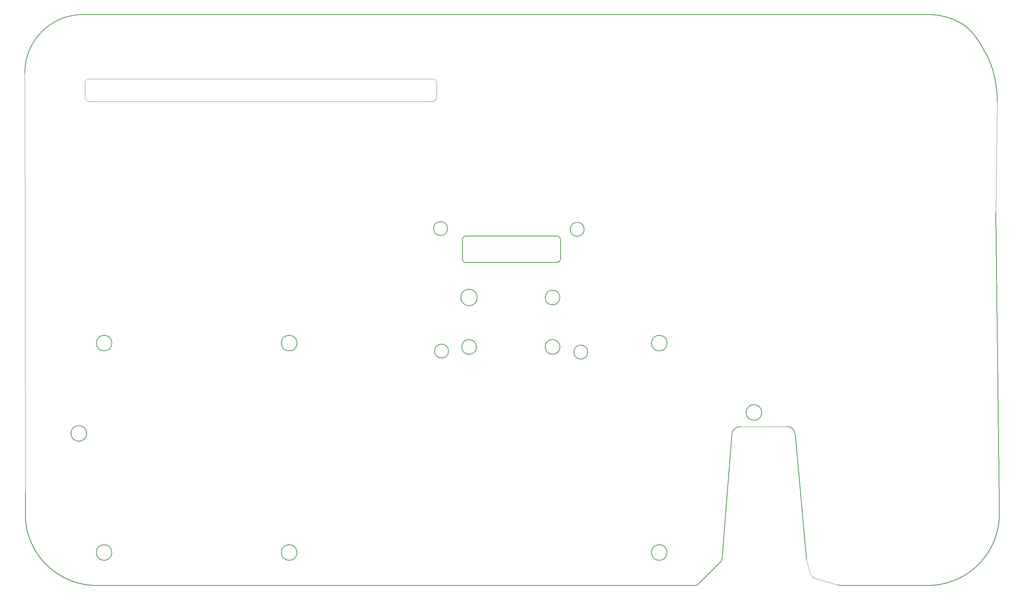
<source format=gbr>
%TF.GenerationSoftware,KiCad,Pcbnew,9.0.2*%
%TF.CreationDate,2025-10-05T23:40:01-05:00*%
%TF.ProjectId,MothBox5.0.2,4d6f7468-426f-4783-952e-302e322e6b69,5.0.2*%
%TF.SameCoordinates,Original*%
%TF.FileFunction,Profile,NP*%
%FSLAX46Y46*%
G04 Gerber Fmt 4.6, Leading zero omitted, Abs format (unit mm)*
G04 Created by KiCad (PCBNEW 9.0.2) date 2025-10-05 23:40:01*
%MOMM*%
%LPD*%
G01*
G04 APERTURE LIST*
%ADD10C,0.200000*%
%TA.AperFunction,Profile*%
%ADD11C,0.050000*%
%TD*%
%TA.AperFunction,Profile*%
%ADD12C,0.200000*%
%TD*%
G04 APERTURE END LIST*
D10*
X-63140788Y-56121070D02*
X-63107318Y-56137671D01*
X-63073812Y-56154201D01*
X-63040272Y-56170659D01*
X-63006696Y-56187045D01*
X-62973085Y-56203358D01*
X-62939439Y-56219600D01*
X-62905759Y-56235770D01*
X-62872044Y-56251868D01*
X-62838295Y-56267893D01*
X-62804512Y-56283846D01*
X-62770694Y-56299727D01*
X-62736843Y-56315535D01*
X-62702958Y-56331271D01*
X-62669039Y-56346934D01*
X-62635087Y-56362525D01*
X-62601102Y-56378042D01*
X-62567083Y-56393487D01*
X-62533032Y-56408859D01*
X-62498947Y-56424159D01*
X-62464830Y-56439385D01*
X-62430680Y-56454538D01*
X-62396498Y-56469618D01*
X-62362284Y-56484624D01*
X-62328038Y-56499558D01*
X-62293760Y-56514418D01*
X-62259449Y-56529205D01*
X-62225108Y-56543918D01*
X-62190735Y-56558557D01*
X-62156330Y-56573123D01*
X-62121895Y-56587616D01*
X-62087428Y-56602034D01*
X-62052930Y-56616379D01*
X-62018402Y-56630650D01*
X-61983844Y-56644847D01*
X-61949255Y-56658970D01*
X-61914635Y-56673019D01*
X-61879986Y-56686994D01*
X-61845307Y-56700894D01*
X-61810598Y-56714721D01*
X-61775859Y-56728473D01*
X-61741091Y-56742150D01*
X-61706294Y-56755754D01*
X-61671468Y-56769282D01*
X-61636612Y-56782736D01*
X-61601728Y-56796116D01*
X-61566815Y-56809421D01*
X-61531874Y-56822651D01*
X-61496905Y-56835806D01*
X-61461907Y-56848886D01*
X-61426881Y-56861891D01*
X-61391828Y-56874822D01*
X-61356747Y-56887677D01*
X-61321638Y-56900457D01*
X-61286502Y-56913162D01*
X-61251339Y-56925792D01*
X-61216148Y-56938347D01*
X-61180931Y-56950826D01*
X-61145687Y-56963230D01*
X-61110417Y-56975558D01*
X-61075120Y-56987811D01*
X-61039797Y-56999988D01*
X-61004448Y-57012089D01*
X-60969073Y-57024115D01*
X-60933672Y-57036065D01*
X-60898246Y-57047940D01*
X-60862794Y-57059738D01*
X-60827317Y-57071461D01*
X-60791815Y-57083107D01*
X-60756288Y-57094678D01*
X-60720737Y-57106172D01*
X-60685160Y-57117591D01*
X-60649560Y-57128933D01*
X-60613935Y-57140199D01*
X-60578286Y-57151389D01*
X-60542613Y-57162502D01*
X-60506916Y-57173539D01*
X-60471196Y-57184499D01*
X-60435452Y-57195383D01*
X-60399685Y-57206191D01*
X-60363895Y-57216922D01*
X-60328082Y-57227576D01*
X-60292246Y-57238154D01*
X-60256388Y-57248654D01*
X-60220507Y-57259078D01*
X-60184604Y-57269426D01*
X-60148678Y-57279696D01*
X-60112731Y-57289889D01*
X-60076762Y-57300006D01*
X-60040772Y-57310045D01*
X-60004760Y-57320007D01*
X-59968726Y-57329893D01*
X-59932672Y-57339701D01*
X-59914637Y-57344576D01*
X-59896597Y-57349431D01*
X-59878551Y-57354268D01*
X-59860501Y-57359085D01*
X-59842445Y-57363883D01*
X-59824384Y-57368661D01*
X-59806318Y-57373420D01*
X-59788247Y-57378160D01*
X-59770171Y-57382880D01*
X-59752089Y-57387582D01*
X-59734003Y-57392263D01*
X-59715912Y-57396926D01*
X-59697816Y-57401569D01*
X-59679715Y-57406192D01*
X-59661608Y-57410796D01*
X-59643497Y-57415381D01*
X-59625381Y-57419947D01*
X-59607261Y-57424493D01*
X-59589135Y-57429019D01*
X-59571004Y-57433527D01*
X-59552869Y-57438015D01*
X-59534729Y-57442483D01*
X-59516584Y-57446932D01*
X-59498434Y-57451362D01*
X-59480280Y-57455772D01*
X-59462121Y-57460162D01*
X-59443957Y-57464534D01*
X-59425789Y-57468885D01*
X-59407616Y-57473218D01*
X-59389438Y-57477531D01*
X-59371255Y-57481824D01*
X-59353068Y-57486098D01*
X-59334877Y-57490353D01*
X-59316681Y-57494588D01*
X-59298481Y-57498803D01*
X-59280275Y-57502999D01*
X-59262066Y-57507176D01*
X-59243852Y-57511333D01*
X-59225634Y-57515470D01*
X-59207411Y-57519588D01*
X-59189183Y-57523687D01*
X-59170952Y-57527766D01*
X-59152716Y-57531825D01*
X-59134476Y-57535865D01*
X-59116231Y-57539886D01*
X-59097982Y-57543887D01*
X-59079729Y-57547868D01*
X-59061471Y-57551830D01*
X-59043210Y-57555772D01*
X-59024944Y-57559695D01*
X-59006674Y-57563598D01*
X-58988400Y-57567482D01*
X-58970122Y-57571346D01*
X-58951839Y-57575190D01*
X-58933553Y-57579015D01*
X-58915262Y-57582820D01*
X-58896967Y-57586606D01*
X-58878668Y-57590372D01*
X-58860366Y-57594119D01*
X-58842059Y-57597846D01*
X-58823749Y-57601553D01*
X-58805434Y-57605241D01*
X-58787115Y-57608909D01*
X-58768793Y-57612558D01*
X-58750466Y-57616186D01*
X-58732136Y-57619796D01*
X-58713802Y-57623385D01*
X-58695464Y-57626955D01*
X-58677122Y-57630506D01*
X-58658777Y-57634036D01*
X-58640428Y-57637547D01*
X-58622075Y-57641039D01*
X-58603718Y-57644511D01*
X-58585357Y-57647963D01*
X-58566993Y-57651395D01*
X-58548626Y-57654808D01*
X-58530254Y-57658201D01*
X-58511879Y-57661575D01*
X-58493501Y-57664928D01*
X-58475118Y-57668263D01*
X-58456733Y-57671577D01*
X-58438343Y-57674872D01*
X-58419951Y-57678147D01*
X-58401554Y-57681402D01*
X-58383155Y-57684638D01*
X-58364752Y-57687854D01*
X-58346345Y-57691050D01*
X-58327935Y-57694227D01*
X-58309522Y-57697383D01*
X-58291105Y-57700521D01*
X-58272685Y-57703638D01*
X-58254261Y-57706736D01*
X-58235835Y-57709813D01*
X-58217405Y-57712872D01*
X-58198972Y-57715910D01*
X-58180535Y-57718929D01*
X-58162096Y-57721928D01*
X-58143653Y-57724907D01*
X-58125207Y-57727867D01*
X-58106757Y-57730806D01*
X-58088305Y-57733726D01*
X-58069850Y-57736627D01*
X-58051391Y-57739507D01*
X-58032929Y-57742368D01*
X-58014465Y-57745209D01*
X-57995997Y-57748030D01*
X-57977527Y-57750831D01*
X-57959053Y-57753613D01*
X-57940577Y-57756375D01*
X-57922097Y-57759117D01*
X-57903615Y-57761839D01*
X-57885129Y-57764542D01*
X-57866641Y-57767224D01*
X-57848150Y-57769887D01*
X-57829656Y-57772530D01*
X-57811159Y-57775154D01*
X-57792660Y-57777757D01*
X-57774157Y-57780341D01*
X-57755653Y-57782905D01*
X-57737144Y-57785449D01*
X-57718634Y-57787973D01*
X-57700121Y-57790477D01*
X-57681605Y-57792962D01*
X-57663086Y-57795427D01*
X-57644566Y-57797872D01*
X-57626042Y-57800297D01*
X-57607516Y-57802702D01*
X-57588986Y-57805087D01*
X-57570455Y-57807453D01*
X-57551921Y-57809799D01*
X-57533385Y-57812125D01*
X-57514846Y-57814431D01*
X-57496305Y-57816717D01*
X-57477761Y-57818983D01*
X-57459215Y-57821230D01*
X-57440666Y-57823456D01*
X-57422115Y-57825663D01*
X-57403561Y-57827850D01*
X-57385006Y-57830017D01*
X-57366448Y-57832164D01*
X-57347888Y-57834292D01*
X-57329325Y-57836399D01*
X-57310761Y-57838487D01*
X-57292193Y-57840554D01*
X-57273624Y-57842602D01*
X-57255053Y-57844630D01*
X-57236479Y-57846638D01*
X-57217903Y-57848626D01*
X-57199326Y-57850595D01*
X-57180745Y-57852543D01*
X-57162164Y-57854471D01*
X-57143579Y-57856380D01*
X-57124994Y-57858269D01*
X-57106405Y-57860138D01*
X-57087815Y-57861986D01*
X-57069223Y-57863816D01*
X-57050629Y-57865625D01*
X-57032032Y-57867414D01*
X-57013435Y-57869183D01*
X-56994835Y-57870932D01*
X-56976233Y-57872662D01*
X-56957629Y-57874371D01*
X-56939024Y-57876061D01*
X-56920417Y-57877731D01*
X-56901808Y-57879380D01*
X-56883197Y-57881010D01*
X-56864585Y-57882620D01*
X-56845970Y-57884210D01*
X-56827354Y-57885780D01*
X-56808736Y-57887330D01*
X-56790117Y-57888861D01*
X-56771496Y-57890371D01*
X-56752874Y-57891861D01*
X-56734249Y-57893332D01*
X-56715624Y-57894782D01*
X-56696996Y-57896213D01*
X-56678367Y-57897623D01*
X-56659736Y-57899014D01*
X-56641105Y-57900385D01*
X-56622471Y-57901735D01*
X-56603837Y-57903066D01*
X-56585200Y-57904377D01*
X-56552537Y-57906626D01*
X154228980Y79274932D02*
X154245268Y79266583D01*
X154261545Y79258217D01*
X154277587Y79249949D01*
X154293620Y79241664D01*
X154309431Y79233470D01*
X154325233Y79225258D01*
X154340826Y79217132D01*
X154356410Y79208988D01*
X154371797Y79200924D01*
X154387175Y79192842D01*
X154402366Y79184835D01*
X154417550Y79176810D01*
X154432555Y79168855D01*
X154447554Y79160882D01*
X154462383Y79152976D01*
X154477206Y79145051D01*
X154491868Y79137188D01*
X154506523Y79129307D01*
X154521025Y79121485D01*
X154535521Y79113643D01*
X154549870Y79105857D01*
X154564214Y79098052D01*
X154578418Y79090300D01*
X154592616Y79082528D01*
X154606680Y79074807D01*
X154620739Y79067065D01*
X154634670Y79059371D01*
X154648596Y79051657D01*
X154662399Y79043987D01*
X154676197Y79036298D01*
X154689878Y79028651D01*
X154703554Y79020983D01*
X154717117Y79013356D01*
X154730675Y79005708D01*
X154744125Y78998099D01*
X154757570Y78990468D01*
X154770911Y78982874D01*
X154784248Y78975259D01*
X154797485Y78967678D01*
X154810717Y78960077D01*
X154823853Y78952507D01*
X154836985Y78944917D01*
X154850024Y78937357D01*
X154863059Y78929776D01*
X154876004Y78922225D01*
X154888946Y78914652D01*
X154901801Y78907106D01*
X154914653Y78899539D01*
X154927422Y78891998D01*
X154940187Y78884435D01*
X154952871Y78876897D01*
X154965552Y78869337D01*
X154978155Y78861801D01*
X154990756Y78854243D01*
X155003281Y78846706D01*
X155015803Y78839148D01*
X155028252Y78831610D01*
X155040699Y78824051D01*
X155053075Y78816511D01*
X155065449Y78808948D01*
X155077754Y78801404D01*
X155090057Y78793838D01*
X155102294Y78786289D01*
X155114529Y78778717D01*
X155126699Y78771162D01*
X155138868Y78763584D01*
X155150974Y78756022D01*
X155163079Y78748437D01*
X155175124Y78740865D01*
X155187166Y78733272D01*
X155199151Y78725691D01*
X155211133Y78718087D01*
X155223059Y78710496D01*
X155234984Y78702882D01*
X155246854Y78695279D01*
X155258722Y78687653D01*
X155270537Y78680037D01*
X155282351Y78672399D01*
X155294113Y78664770D01*
X155305875Y78657117D01*
X155317585Y78649474D01*
X155329295Y78641807D01*
X155340956Y78634148D01*
X155352617Y78626465D01*
X155364230Y78618790D01*
X155375842Y78611091D01*
X155387408Y78603399D01*
X155398974Y78595683D01*
X155410494Y78587972D01*
X155422015Y78580238D01*
X155433492Y78572509D01*
X155444968Y78564755D01*
X155456403Y78557007D01*
X155467837Y78549234D01*
X155479230Y78541464D01*
X155490623Y78533671D01*
X155501976Y78525880D01*
X155513329Y78518065D01*
X155524643Y78510253D01*
X155535957Y78502416D01*
X155547234Y78494581D01*
X155558511Y78486721D01*
X155569751Y78478862D01*
X155580991Y78470979D01*
X155592196Y78463096D01*
X155603401Y78455188D01*
X155614572Y78447281D01*
X155625743Y78439348D01*
X155636880Y78431415D01*
X155648018Y78423456D01*
X155659123Y78415496D01*
X155670229Y78407512D01*
X155681303Y78399525D01*
X155692378Y78391513D01*
X155703422Y78383499D01*
X155714467Y78375459D01*
X155725482Y78367416D01*
X155736497Y78359348D01*
X155747484Y78351277D01*
X155758471Y78343180D01*
X155769430Y78335078D01*
X155780390Y78326951D01*
X155791323Y78318820D01*
X155802256Y78310663D01*
X155813163Y78302500D01*
X155824071Y78294312D01*
X155834953Y78286118D01*
X155845837Y78277898D01*
X155856695Y78269672D01*
X155867555Y78261420D01*
X155878390Y78253161D01*
X155889226Y78244876D01*
X155900039Y78236584D01*
X155910853Y78228266D01*
X155921644Y78219940D01*
X155932437Y78211587D01*
X155943207Y78203227D01*
X155953979Y78194839D01*
X155964729Y78186444D01*
X155975481Y78178021D01*
X155986212Y78169590D01*
X155996945Y78161131D01*
X156007657Y78152664D01*
X156018371Y78144169D01*
X156029065Y78135664D01*
X156039762Y78127132D01*
X156050439Y78118590D01*
X156061118Y78110021D01*
X156071778Y78101441D01*
X156082440Y78092833D01*
X156093085Y78084214D01*
X156103731Y78075568D01*
X156114361Y78066910D01*
X156124992Y78058225D01*
X156135606Y78049527D01*
X156146223Y78040801D01*
X156156824Y78032063D01*
X156167426Y78023298D01*
X156178013Y78014519D01*
X156188603Y78005712D01*
X156199177Y77996892D01*
X156209753Y77988043D01*
X156220315Y77979181D01*
X156230880Y77970290D01*
X156241430Y77961386D01*
X156251983Y77952453D01*
X156262522Y77943505D01*
X156273064Y77934528D01*
X156283592Y77925537D01*
X156294124Y77916517D01*
X156304642Y77907481D01*
X156315164Y77898417D01*
X156325673Y77889336D01*
X156336185Y77880227D01*
X156346685Y77871102D01*
X156357188Y77861947D01*
X156367680Y77852776D01*
X156378175Y77843575D01*
X156388659Y77834357D01*
X156399146Y77825110D01*
X156409623Y77815845D01*
X156420103Y77806551D01*
X156430573Y77797239D01*
X156441045Y77787898D01*
X156451509Y77778537D01*
X156461976Y77769148D01*
X156472433Y77759739D01*
X156482894Y77750301D01*
X156493346Y77740843D01*
X156503802Y77731355D01*
X156514249Y77721848D01*
X156524700Y77712310D01*
X156535143Y77702753D01*
X156545589Y77693165D01*
X156556028Y77683557D01*
X156566470Y77673919D01*
X156576906Y77664259D01*
X156587345Y77654569D01*
X156597777Y77644858D01*
X156608213Y77635116D01*
X156618643Y77625353D01*
X156629076Y77615559D01*
X156639504Y77605742D01*
X156649935Y77595895D01*
X156660361Y77586025D01*
X156670791Y77576124D01*
X156681215Y77566201D01*
X156691643Y77556246D01*
X156702067Y77546268D01*
X156712495Y77536258D01*
X156722918Y77526225D01*
X156733345Y77516160D01*
X156743768Y77506071D01*
X156754195Y77495951D01*
X156764619Y77485806D01*
X156775046Y77475629D01*
X156785471Y77465427D01*
X156795899Y77455193D01*
X156806325Y77444935D01*
X156816754Y77434643D01*
X156827182Y77424327D01*
X156837613Y77413978D01*
X156848042Y77403603D01*
X156858475Y77393195D01*
X156868907Y77382761D01*
X156879343Y77372295D01*
X156889777Y77361801D01*
X156900216Y77351275D01*
X156910653Y77340722D01*
X156921095Y77330135D01*
X156931536Y77319522D01*
X156941981Y77308874D01*
X156952426Y77298199D01*
X156962875Y77287491D01*
X156973325Y77276754D01*
X156983778Y77265984D01*
X156994232Y77255185D01*
X157004691Y77244352D01*
X157015149Y77233491D01*
X157025613Y77222595D01*
X157036077Y77211670D01*
X157046546Y77200710D01*
X157057016Y77189721D01*
X157067491Y77178698D01*
X157077967Y77167644D01*
X157088448Y77156556D01*
X157098931Y77145437D01*
X157109418Y77134284D01*
X157119908Y77123100D01*
X157130402Y77111881D01*
X157140899Y77100630D01*
X157151401Y77089344D01*
X157161905Y77078027D01*
X157172414Y77066674D01*
X157182926Y77055289D01*
X157193443Y77043869D01*
X157203964Y77032416D01*
X157214489Y77020928D01*
X157225018Y77009406D01*
X157235552Y76997849D01*
X157246090Y76986259D01*
X157256633Y76974632D01*
X157267180Y76962972D01*
X157277733Y76951275D01*
X157288289Y76939544D01*
X157298851Y76927777D01*
X157309418Y76915976D01*
X157319990Y76904138D01*
X157330567Y76892264D01*
X157341149Y76880354D01*
X157351737Y76868409D01*
X157362330Y76856427D01*
X157372928Y76844409D01*
X157383532Y76832354D01*
X157394142Y76820262D01*
X157404757Y76808133D01*
X157415378Y76795968D01*
X157426006Y76783765D01*
X157436639Y76771525D01*
X157447278Y76759247D01*
X157457923Y76746932D01*
X157468574Y76734579D01*
X157479232Y76722188D01*
X157489896Y76709759D01*
X157500567Y76697291D01*
X157511244Y76684786D01*
X157521928Y76672241D01*
X157532618Y76659658D01*
X157543315Y76647036D01*
X157554019Y76634375D01*
X157564730Y76621675D01*
X157575448Y76608935D01*
X157586173Y76596156D01*
X157596905Y76583337D01*
X157607645Y76570478D01*
X157618392Y76557580D01*
X157629146Y76544641D01*
X157639908Y76531662D01*
X157650677Y76518642D01*
X157661454Y76505582D01*
X157672239Y76492480D01*
X157683031Y76479339D01*
X157693832Y76466155D01*
X157704639Y76452931D01*
X157715456Y76439665D01*
X157726280Y76426358D01*
X157737113Y76413008D01*
X157747953Y76399617D01*
X157758803Y76386183D01*
X157769660Y76372708D01*
X157780527Y76359189D01*
X157791401Y76345629D01*
X157802285Y76332025D01*
X157813176Y76318379D01*
X157824078Y76304688D01*
X157834987Y76290957D01*
X157845906Y76277179D01*
X157856833Y76263360D01*
X157867771Y76249496D01*
X157878716Y76235589D01*
X157889672Y76221636D01*
X157900636Y76207641D01*
X157911610Y76193599D01*
X157922593Y76179515D01*
X157933587Y76165384D01*
X157944589Y76151210D01*
X157955602Y76136989D01*
X157966623Y76122725D01*
X157977656Y76108412D01*
X157988697Y76094057D01*
X157999750Y76079653D01*
X158010811Y76065206D01*
X158021885Y76050709D01*
X158032966Y76036170D01*
X158044060Y76021580D01*
X158055162Y76006947D01*
X158066277Y75992264D01*
X158077400Y75977538D01*
X158088536Y75962760D01*
X158099681Y75947939D01*
X158110838Y75933066D01*
X158122004Y75918149D01*
X158133184Y75903181D01*
X158144371Y75888168D01*
X158155573Y75873102D01*
X158166783Y75857993D01*
X158178007Y75842830D01*
X158189239Y75827623D01*
X158200486Y75812362D01*
X158211741Y75797057D01*
X158234289Y75766293D01*
X158256884Y75735329D01*
X158279526Y75704165D01*
X158302216Y75672799D01*
X158324955Y75641228D01*
X158347743Y75609452D01*
X158370580Y75577470D01*
X158393468Y75545279D01*
X158416407Y75512878D01*
X158439397Y75480265D01*
X158462439Y75447440D01*
X158485534Y75414400D01*
X158508683Y75381143D01*
X158531886Y75347669D01*
X158555143Y75313975D01*
X158578455Y75280060D01*
X158601823Y75245923D01*
X158625248Y75211561D01*
X158648729Y75176973D01*
X158672268Y75142157D01*
X158695866Y75107113D01*
X158719522Y75071837D01*
X158743238Y75036329D01*
X158767014Y75000587D01*
X158790850Y74964608D01*
X158814748Y74928392D01*
X158838708Y74891936D01*
X158862731Y74855239D01*
X158886817Y74818300D01*
X158910966Y74781115D01*
X158935180Y74743684D01*
X158959459Y74706005D01*
X158983804Y74668076D01*
X159008216Y74629896D01*
X159032694Y74591461D01*
X159057240Y74552772D01*
X159081854Y74513825D01*
X159106537Y74474619D01*
X159131290Y74435152D01*
X159156113Y74395422D01*
X159181006Y74355428D01*
X159205971Y74315167D01*
X159231009Y74274638D01*
X159256119Y74233838D01*
X159281302Y74192766D01*
X159306560Y74151420D01*
X159331892Y74109798D01*
X159357300Y74067897D01*
X159382784Y74025717D01*
X159408345Y73983254D01*
X159433983Y73940508D01*
X159459699Y73897476D01*
X159485494Y73854155D01*
X159511369Y73810544D01*
X159537324Y73766642D01*
X159563359Y73722445D01*
X159589476Y73677951D01*
X159615675Y73633160D01*
X159641957Y73588068D01*
X159668323Y73542674D01*
X159694772Y73496974D01*
X159721307Y73450969D01*
X159747927Y73404654D01*
X159774634Y73358028D01*
X159801428Y73311089D01*
X159828310Y73263834D01*
X159855280Y73216262D01*
X159882339Y73168369D01*
X159909489Y73120155D01*
X159936729Y73071616D01*
X159964060Y73022751D01*
X159991483Y72973557D01*
X160019000Y72924032D01*
X160046610Y72874173D01*
X160074314Y72823978D01*
X160102113Y72773446D01*
X160130008Y72722573D01*
X160158000Y72671357D01*
X160186089Y72619796D01*
X160214276Y72567887D01*
X160242562Y72515628D01*
X160270948Y72463017D01*
X160299434Y72410051D01*
X160328021Y72356728D01*
X160356710Y72303045D01*
X160364815Y72287849D01*
D11*
X124868759Y-57831156D02*
X119376394Y-56276742D01*
D12*
X125413415Y-57906741D02*
X147777495Y-57906741D01*
D11*
X163214815Y32937849D02*
X163529459Y59881783D01*
D12*
X112380004Y-19221729D02*
G75*
G02*
X114379320Y-21042278I7396J-1999971D01*
G01*
D11*
X117981950Y-54842072D02*
X117153460Y-51561445D01*
D12*
X-72820174Y-35068721D02*
X-72820174Y-38018721D01*
X163529459Y60962793D02*
X163529459Y59902494D01*
X96598327Y-51463245D02*
G75*
G02*
X96305429Y-52170339I-999827J-55D01*
G01*
X-51755269Y1078492D02*
G75*
G02*
X-55555269Y1078492I-1900000J0D01*
G01*
X-55555269Y1078492D02*
G75*
G02*
X-51755269Y1078492I1900000J0D01*
G01*
X164046824Y-40048610D02*
X164046824Y-40496730D01*
X17563325Y81114780D02*
X-55484670Y81114780D01*
X147793001Y-57905683D02*
X147779187Y-57906626D01*
X83244731Y1078492D02*
G75*
G02*
X79444731Y1078492I-1900000J0D01*
G01*
X79444731Y1078492D02*
G75*
G02*
X83244731Y1078492I1900000J0D01*
G01*
D11*
X101004848Y-19263880D02*
X112380004Y-19221729D01*
D12*
X-6755269Y-49921508D02*
G75*
G02*
X-10555269Y-49921508I-1900000J0D01*
G01*
X-10555269Y-49921508D02*
G75*
G02*
X-6755269Y-49921508I1900000J0D01*
G01*
X90861907Y-57613873D02*
X96305435Y-52170345D01*
X-51755269Y-49921508D02*
G75*
G02*
X-55555269Y-49921508I-1900000J0D01*
G01*
X-55555269Y-49921508D02*
G75*
G02*
X-51755269Y-49921508I1900000J0D01*
G01*
X125413415Y-57906741D02*
G75*
G02*
X124868760Y-57831152I-15J1999941D01*
G01*
D10*
X-72631265Y-43057375D02*
X-72634274Y-43037024D01*
X-72637260Y-43016691D01*
X-72640201Y-42996526D01*
X-72643119Y-42976377D01*
X-72645994Y-42956388D01*
X-72648847Y-42936413D01*
X-72651657Y-42916589D01*
X-72654446Y-42896779D01*
X-72657194Y-42877112D01*
X-72659920Y-42857457D01*
X-72662607Y-42837938D01*
X-72665272Y-42818430D01*
X-72667899Y-42799051D01*
X-72670505Y-42779681D01*
X-72673074Y-42760433D01*
X-72675621Y-42741194D01*
X-72678133Y-42722070D01*
X-72680624Y-42702953D01*
X-72683081Y-42683947D01*
X-72685516Y-42664946D01*
X-72687918Y-42646049D01*
X-72690299Y-42627157D01*
X-72692647Y-42608363D01*
X-72694974Y-42589573D01*
X-72697270Y-42570876D01*
X-72699546Y-42552181D01*
X-72701790Y-42533575D01*
X-72704014Y-42514969D01*
X-72706208Y-42496447D01*
X-72708382Y-42477924D01*
X-72710526Y-42459481D01*
X-72712650Y-42441036D01*
X-72714745Y-42422666D01*
X-72716821Y-42404293D01*
X-72718868Y-42385991D01*
X-72720896Y-42367684D01*
X-72722896Y-42349444D01*
X-72724876Y-42331199D01*
X-72726830Y-42313016D01*
X-72728764Y-42294827D01*
X-72730672Y-42276697D01*
X-72732560Y-42258559D01*
X-72734422Y-42240476D01*
X-72736265Y-42222385D01*
X-72738083Y-42204344D01*
X-72739881Y-42186295D01*
X-72741655Y-42168293D01*
X-72743409Y-42150281D01*
X-72745140Y-42132312D01*
X-72746850Y-42114333D01*
X-72748537Y-42096393D01*
X-72750205Y-42078443D01*
X-72751850Y-42060528D01*
X-72753475Y-42042601D01*
X-72755078Y-42024708D01*
X-72756661Y-42006801D01*
X-72758222Y-41988924D01*
X-72759763Y-41971033D01*
X-72761283Y-41953169D01*
X-72762783Y-41935290D01*
X-72764261Y-41917434D01*
X-72765721Y-41899563D01*
X-72767159Y-41881712D01*
X-72768578Y-41863844D01*
X-72769975Y-41845995D01*
X-72771354Y-41828127D01*
X-72772712Y-41810274D01*
X-72774051Y-41792403D01*
X-72775368Y-41774544D01*
X-72776668Y-41756665D01*
X-72777946Y-41738796D01*
X-72779206Y-41720906D01*
X-72780445Y-41703023D01*
X-72781666Y-41685118D01*
X-72782866Y-41667217D01*
X-72784048Y-41649294D01*
X-72785210Y-41631372D01*
X-72786353Y-41613427D01*
X-72787476Y-41595481D01*
X-72788580Y-41577510D01*
X-72789665Y-41559535D01*
X-72790731Y-41541536D01*
X-72791778Y-41523529D01*
X-72792806Y-41505497D01*
X-72793814Y-41487456D01*
X-72794804Y-41469388D01*
X-72795774Y-41451307D01*
X-72796726Y-41433200D01*
X-72797659Y-41415078D01*
X-72798573Y-41396928D01*
X-72799467Y-41378760D01*
X-72800344Y-41360563D01*
X-72801201Y-41342347D01*
X-72802039Y-41324101D01*
X-72802859Y-41305832D01*
X-72803659Y-41287532D01*
X-72804441Y-41269208D01*
X-72805204Y-41250852D01*
X-72805948Y-41232468D01*
X-72806674Y-41214053D01*
X-72807381Y-41195606D01*
X-72808068Y-41177127D01*
X-72808738Y-41158615D01*
X-72809388Y-41140070D01*
X-72810019Y-41121488D01*
X-72810632Y-41102872D01*
X-72811226Y-41084218D01*
X-72811801Y-41065529D01*
X-72812357Y-41046799D01*
X-72812894Y-41028032D01*
X-72813413Y-41009222D01*
X-72813912Y-40990376D01*
X-72814393Y-40971483D01*
X-72814854Y-40952552D01*
X-72815721Y-40914554D01*
X-72816511Y-40876376D01*
X-72817225Y-40838009D01*
X-72817863Y-40799448D01*
X-72818424Y-40760684D01*
X-72818908Y-40721711D01*
X-72819314Y-40682521D01*
X-72819642Y-40643108D01*
X-72819892Y-40603462D01*
X-72820064Y-40563578D01*
X-72820157Y-40523447D01*
X-72820174Y-40496730D01*
D12*
X-6755269Y1078492D02*
G75*
G02*
X-10555269Y1078492I-1900000J0D01*
G01*
X-10555269Y1078492D02*
G75*
G02*
X-6755269Y1078492I1900000J0D01*
G01*
D10*
X143233360Y81114780D02*
X143859672Y81114768D01*
X144147626Y81114738D01*
X144419557Y81114680D01*
X144676052Y81114585D01*
X144917694Y81114444D01*
X145145069Y81114246D01*
X145253589Y81114123D01*
X145358762Y81113983D01*
X145460660Y81113824D01*
X145559357Y81113645D01*
X145654925Y81113445D01*
X145747439Y81113223D01*
X145836970Y81112977D01*
X145923593Y81112707D01*
X146007380Y81112411D01*
X146088405Y81112089D01*
X146166740Y81111738D01*
X146242458Y81111358D01*
X146315634Y81110948D01*
X146386339Y81110506D01*
X146454647Y81110032D01*
X146520631Y81109524D01*
X146584364Y81108980D01*
X146645919Y81108401D01*
X146705370Y81107784D01*
X146762789Y81107128D01*
X146818250Y81106433D01*
X146871826Y81105697D01*
X146923589Y81104919D01*
X146973613Y81104098D01*
X147021972Y81103232D01*
X147068737Y81102321D01*
X147113983Y81101363D01*
X147136058Y81100866D01*
X147157782Y81100357D01*
X147179161Y81099836D01*
X147200207Y81099302D01*
X147220928Y81098756D01*
X147241332Y81098197D01*
X147261430Y81097625D01*
X147281230Y81097040D01*
X147300741Y81096442D01*
X147319973Y81095831D01*
X147338935Y81095206D01*
X147357636Y81094568D01*
X147376084Y81093916D01*
X147394290Y81093250D01*
X147412262Y81092571D01*
X147430010Y81091877D01*
X147447542Y81091168D01*
X147464867Y81090446D01*
X147481996Y81089708D01*
X147498936Y81088956D01*
X147515698Y81088189D01*
X147532290Y81087407D01*
X147548721Y81086610D01*
X147565001Y81085797D01*
X147581138Y81084969D01*
X147597143Y81084126D01*
X147613023Y81083266D01*
X147628788Y81082391D01*
X147644448Y81081499D01*
X147660011Y81080592D01*
X147675486Y81079668D01*
X147690883Y81078727D01*
X147706211Y81077770D01*
X147721479Y81076796D01*
X147751870Y81074798D01*
X147782131Y81072730D01*
X147812335Y81070592D01*
X147842554Y81068383D01*
X147872862Y81066102D01*
X147903331Y81063747D01*
D12*
X90861907Y-57613873D02*
G75*
G02*
X90160814Y-57906700I-707107J707273D01*
G01*
X68014107Y81114851D02*
X101080984Y81114780D01*
D10*
X-72205327Y-45087971D02*
X-72215225Y-45051526D01*
X-72225035Y-45015102D01*
X-72234756Y-44978699D01*
X-72244389Y-44942316D01*
X-72253935Y-44905952D01*
X-72263394Y-44869605D01*
X-72272766Y-44833276D01*
X-72282051Y-44796962D01*
X-72291251Y-44760663D01*
X-72300364Y-44724378D01*
X-72309393Y-44688105D01*
X-72318336Y-44651844D01*
X-72327194Y-44615593D01*
X-72335968Y-44579351D01*
X-72344658Y-44543118D01*
X-72353265Y-44506891D01*
X-72361788Y-44470670D01*
X-72370228Y-44434453D01*
X-72378586Y-44398239D01*
X-72386861Y-44362027D01*
X-72395054Y-44325816D01*
X-72403166Y-44289603D01*
X-72411197Y-44253387D01*
X-72419147Y-44217168D01*
X-72427017Y-44180943D01*
X-72434806Y-44144712D01*
X-72442516Y-44108472D01*
X-72450146Y-44072221D01*
X-72457698Y-44035959D01*
X-72465171Y-43999683D01*
X-72472565Y-43963392D01*
X-72479882Y-43927083D01*
X-72487121Y-43890756D01*
X-72494283Y-43854408D01*
X-72501369Y-43818036D01*
X-72508378Y-43781640D01*
X-72515311Y-43745217D01*
X-72522168Y-43708764D01*
X-72528951Y-43672280D01*
X-72535658Y-43635763D01*
X-72542291Y-43599209D01*
X-72548851Y-43562616D01*
X-72555336Y-43525982D01*
X-72561749Y-43489304D01*
X-72568088Y-43452579D01*
X-72574356Y-43415805D01*
X-72580551Y-43378979D01*
X-72586676Y-43342097D01*
X-72592729Y-43305156D01*
X-72598711Y-43268152D01*
X-72604624Y-43231084D01*
X-72610467Y-43193946D01*
X-72616241Y-43156735D01*
X-72621946Y-43119447D01*
X-72627583Y-43082079D01*
X-72631265Y-43057375D01*
D12*
X106264815Y-15812151D02*
G75*
G02*
X102464815Y-15812151I-1900000J0D01*
G01*
X102464815Y-15812151D02*
G75*
G02*
X106264815Y-15812151I1900000J0D01*
G01*
D10*
X-67385649Y-53151010D02*
X-67358529Y-53176706D01*
X-67331354Y-53202344D01*
X-67304124Y-53227924D01*
X-67276839Y-53253445D01*
X-67249499Y-53278908D01*
X-67222105Y-53304313D01*
X-67194657Y-53329659D01*
X-67167154Y-53354946D01*
X-67139597Y-53380174D01*
X-67111987Y-53405343D01*
X-67084322Y-53430453D01*
X-67056603Y-53455504D01*
X-67028831Y-53480496D01*
X-67001006Y-53505428D01*
X-66973127Y-53530300D01*
X-66945194Y-53555113D01*
X-66917209Y-53579866D01*
X-66889171Y-53604559D01*
X-66861079Y-53629192D01*
X-66832935Y-53653764D01*
X-66804739Y-53678277D01*
X-66776490Y-53702729D01*
X-66748188Y-53727121D01*
X-66719835Y-53751452D01*
X-66691429Y-53775722D01*
X-66662971Y-53799932D01*
X-66634462Y-53824080D01*
X-66605901Y-53848168D01*
X-66577288Y-53872194D01*
X-66548624Y-53896159D01*
X-66519908Y-53920063D01*
X-66491142Y-53943905D01*
X-66462324Y-53967686D01*
X-66433455Y-53991405D01*
X-66404536Y-54015062D01*
X-66375566Y-54038657D01*
X-66346546Y-54062190D01*
X-66317475Y-54085661D01*
X-66288354Y-54109070D01*
X-66259182Y-54132416D01*
X-66229961Y-54155700D01*
X-66200690Y-54178921D01*
X-66171370Y-54202079D01*
X-66142000Y-54225175D01*
X-66112580Y-54248208D01*
X-66083111Y-54271178D01*
X-66053593Y-54294084D01*
X-66024026Y-54316928D01*
X-65994410Y-54339708D01*
X-65979584Y-54351074D01*
X-65964745Y-54362425D01*
X-65949895Y-54373759D01*
X-65935032Y-54385078D01*
X-65920157Y-54396380D01*
X-65905270Y-54407667D01*
X-65890371Y-54418938D01*
X-65875460Y-54430193D01*
X-65860537Y-54441432D01*
X-65845602Y-54452655D01*
X-65830655Y-54463862D01*
X-65815696Y-54475052D01*
X-65800725Y-54486227D01*
X-65785742Y-54497386D01*
X-65770747Y-54508529D01*
X-65755740Y-54519656D01*
X-65740721Y-54530767D01*
X-65725690Y-54541861D01*
X-65710648Y-54552940D01*
X-65695593Y-54564002D01*
X-65680527Y-54575048D01*
X-65665449Y-54586079D01*
X-65650359Y-54597093D01*
X-65635257Y-54608091D01*
X-65620144Y-54619072D01*
X-65605018Y-54630038D01*
X-65589881Y-54640987D01*
X-65574733Y-54651920D01*
X-65559572Y-54662837D01*
X-65544400Y-54673738D01*
X-65529217Y-54684622D01*
X-65514021Y-54695490D01*
X-65498814Y-54706342D01*
X-65483596Y-54717178D01*
X-65468366Y-54727997D01*
X-65453124Y-54738800D01*
X-65437870Y-54749587D01*
X-65422606Y-54760357D01*
X-65407329Y-54771111D01*
X-65392041Y-54781849D01*
X-65376742Y-54792570D01*
X-65361431Y-54803275D01*
X-65346109Y-54813963D01*
X-65330775Y-54824635D01*
X-65315430Y-54835291D01*
X-65300073Y-54845930D01*
X-65284705Y-54856553D01*
X-65269326Y-54867159D01*
X-65253936Y-54877749D01*
X-65238533Y-54888322D01*
X-65223120Y-54898879D01*
X-65207696Y-54909419D01*
X-65192260Y-54919943D01*
X-65176813Y-54930450D01*
X-65161354Y-54940941D01*
X-65145885Y-54951415D01*
X-65130404Y-54961873D01*
X-65114912Y-54972314D01*
X-65099409Y-54982738D01*
X-65083895Y-54993146D01*
X-65068369Y-55003537D01*
X-65052833Y-55013912D01*
X-65037285Y-55024270D01*
X-65021726Y-55034611D01*
X-65006157Y-55044936D01*
X-64990576Y-55055244D01*
X-64974984Y-55065535D01*
X-64959381Y-55075809D01*
X-64943768Y-55086067D01*
X-64928143Y-55096308D01*
X-64912507Y-55106533D01*
X-64896860Y-55116740D01*
X-64881203Y-55126931D01*
X-64865534Y-55137105D01*
X-64849855Y-55147263D01*
X-64834165Y-55157403D01*
X-64818464Y-55167527D01*
X-64802752Y-55177634D01*
X-64787029Y-55187724D01*
X-64771296Y-55197797D01*
X-64755551Y-55207854D01*
X-64739796Y-55217893D01*
X-64724031Y-55227916D01*
X-64708254Y-55237922D01*
X-64692467Y-55247910D01*
X-64676669Y-55257882D01*
X-64660861Y-55267837D01*
X-64645041Y-55277776D01*
X-64629212Y-55287697D01*
X-64613371Y-55297601D01*
X-64597520Y-55307488D01*
X-64581658Y-55317358D01*
X-64565787Y-55327212D01*
X-64549904Y-55337048D01*
X-64534011Y-55346867D01*
X-64518107Y-55356669D01*
X-64502193Y-55366454D01*
X-64486268Y-55376223D01*
X-64470333Y-55385974D01*
X-64454387Y-55395708D01*
X-64438432Y-55405425D01*
X-64422465Y-55415125D01*
X-64406489Y-55424807D01*
X-64390501Y-55434473D01*
X-64374504Y-55444122D01*
X-64358496Y-55453753D01*
X-64342479Y-55463367D01*
X-64326450Y-55472964D01*
X-64310412Y-55482544D01*
X-64294363Y-55492107D01*
X-64278304Y-55501653D01*
X-64262234Y-55511181D01*
X-64246155Y-55520692D01*
X-64230065Y-55530186D01*
X-64213966Y-55539663D01*
X-64197856Y-55549122D01*
X-64181736Y-55558564D01*
X-64165606Y-55567990D01*
X-64149466Y-55577397D01*
X-64133315Y-55586788D01*
X-64117155Y-55596161D01*
X-64100984Y-55605517D01*
X-64084804Y-55614855D01*
X-64068614Y-55624176D01*
X-64052414Y-55633480D01*
X-64036203Y-55642766D01*
X-64019983Y-55652035D01*
X-64003753Y-55661287D01*
X-63987513Y-55670521D01*
X-63971263Y-55679739D01*
X-63955003Y-55688938D01*
X-63938734Y-55698120D01*
X-63922454Y-55707285D01*
X-63906165Y-55716432D01*
X-63889866Y-55725562D01*
X-63873557Y-55734675D01*
X-63857239Y-55743769D01*
X-63840910Y-55752847D01*
X-63824572Y-55761907D01*
X-63808224Y-55770950D01*
X-63791867Y-55779974D01*
X-63775500Y-55788982D01*
X-63759124Y-55797972D01*
X-63742737Y-55806944D01*
X-63726341Y-55815899D01*
X-63709936Y-55824837D01*
X-63693521Y-55833756D01*
X-63677096Y-55842659D01*
X-63660662Y-55851543D01*
X-63644218Y-55860410D01*
X-63627765Y-55869259D01*
X-63611302Y-55878091D01*
X-63594830Y-55886905D01*
X-63578348Y-55895702D01*
X-63561858Y-55904481D01*
X-63545357Y-55913242D01*
X-63528848Y-55921986D01*
X-63512328Y-55930712D01*
X-63495800Y-55939420D01*
X-63479262Y-55948110D01*
X-63462715Y-55956783D01*
X-63446158Y-55965438D01*
X-63429593Y-55974076D01*
X-63413018Y-55982695D01*
X-63396434Y-55991297D01*
X-63379840Y-55999882D01*
X-63363238Y-56008448D01*
X-63346625Y-56016997D01*
X-63330005Y-56025527D01*
X-63313374Y-56034041D01*
X-63296736Y-56042536D01*
X-63280087Y-56051013D01*
X-63263430Y-56059473D01*
X-63246763Y-56067915D01*
X-63230088Y-56076339D01*
X-63213403Y-56084745D01*
X-63196709Y-56093133D01*
X-63180006Y-56101504D01*
X-63163295Y-56109856D01*
X-63146574Y-56118191D01*
X-63140788Y-56121070D01*
D12*
X68014107Y81114851D02*
X17563325Y81114780D01*
X96598327Y-51463245D02*
X99018584Y-21104942D01*
X-56550845Y-57906741D02*
X90160814Y-57906741D01*
D10*
X157316836Y-54265675D02*
X157287651Y-54288347D01*
X157258411Y-54310960D01*
X157229116Y-54333514D01*
X157199767Y-54356010D01*
X157170362Y-54378447D01*
X157140903Y-54400825D01*
X157111390Y-54423144D01*
X157081822Y-54445403D01*
X157052201Y-54467603D01*
X157022525Y-54489744D01*
X156992796Y-54511825D01*
X156963013Y-54533846D01*
X156933177Y-54555807D01*
X156903287Y-54577708D01*
X156873344Y-54599549D01*
X156843348Y-54621329D01*
X156813299Y-54643049D01*
X156783198Y-54664709D01*
X156753044Y-54686307D01*
X156722838Y-54707845D01*
X156692579Y-54729322D01*
X156662269Y-54750737D01*
X156631906Y-54772092D01*
X156601492Y-54793384D01*
X156571026Y-54814616D01*
X156540509Y-54835786D01*
X156509941Y-54856893D01*
X156479322Y-54877939D01*
X156448651Y-54898923D01*
X156417930Y-54919845D01*
X156387158Y-54940704D01*
X156356336Y-54961501D01*
X156325464Y-54982235D01*
X156294542Y-55002907D01*
X156263569Y-55023516D01*
X156232547Y-55044061D01*
X156201476Y-55064544D01*
X156170355Y-55084963D01*
X156139185Y-55105319D01*
X156107965Y-55125612D01*
X156076697Y-55145841D01*
X156045381Y-55166006D01*
X156014015Y-55186107D01*
X155982602Y-55206144D01*
X155951140Y-55226117D01*
X155919630Y-55246025D01*
X155888073Y-55265870D01*
X155856467Y-55285649D01*
X155824815Y-55305364D01*
X155793115Y-55325015D01*
X155761368Y-55344600D01*
X155729574Y-55364120D01*
X155697733Y-55383575D01*
X155665846Y-55402965D01*
X155633913Y-55422289D01*
X155601933Y-55441548D01*
X155569907Y-55460741D01*
X155537836Y-55479869D01*
X155505719Y-55498930D01*
X155473556Y-55517925D01*
X155441349Y-55536854D01*
X155409096Y-55555717D01*
X155376798Y-55574513D01*
X155344456Y-55593243D01*
X155312069Y-55611906D01*
X155279638Y-55630503D01*
X155247163Y-55649032D01*
X155214644Y-55667494D01*
X155182082Y-55685889D01*
X155149475Y-55704217D01*
X155116826Y-55722478D01*
X155084133Y-55740671D01*
X155051398Y-55758796D01*
X155018620Y-55776853D01*
X154985799Y-55794843D01*
X154952936Y-55812764D01*
X154920030Y-55830618D01*
X154887083Y-55848403D01*
X154854094Y-55866120D01*
X154821064Y-55883768D01*
X154787992Y-55901347D01*
X154754879Y-55918858D01*
X154721726Y-55936300D01*
X154688531Y-55953673D01*
X154655296Y-55970977D01*
X154622021Y-55988212D01*
X154588705Y-56005378D01*
X154555350Y-56022474D01*
X154521955Y-56039500D01*
X154488520Y-56056457D01*
X154455047Y-56073344D01*
X154421534Y-56090161D01*
X154387982Y-56106909D01*
X154354391Y-56123586D01*
X154320763Y-56140193D01*
X154287095Y-56156729D01*
X154253390Y-56173195D01*
X154219647Y-56189591D01*
X154185867Y-56205916D01*
X154152049Y-56222170D01*
X154118194Y-56238353D01*
X154084302Y-56254465D01*
X154050373Y-56270506D01*
X154016407Y-56286476D01*
X153982405Y-56302375D01*
X153948368Y-56318202D01*
X153914294Y-56333958D01*
X153880184Y-56349642D01*
X153846040Y-56365254D01*
X153811859Y-56380795D01*
X153777644Y-56396263D01*
X153743394Y-56411660D01*
X153709110Y-56426984D01*
X153674791Y-56442236D01*
X153640437Y-56457416D01*
X153606050Y-56472523D01*
X153571630Y-56487557D01*
X153537175Y-56502519D01*
X153502688Y-56517409D01*
X153468167Y-56532225D01*
X153433613Y-56546968D01*
X153399027Y-56561639D01*
X153364409Y-56576236D01*
X153329758Y-56590760D01*
X153295076Y-56605210D01*
X153260361Y-56619588D01*
X153225615Y-56633891D01*
X153190838Y-56648121D01*
X153156030Y-56662277D01*
X153121191Y-56676360D01*
X153086322Y-56690368D01*
X153051422Y-56704303D01*
X153016492Y-56718163D01*
X152981532Y-56731949D01*
X152946542Y-56745661D01*
X152911523Y-56759299D01*
X152876474Y-56772862D01*
X152841397Y-56786350D01*
X152806291Y-56799764D01*
X152771156Y-56813103D01*
X152735993Y-56826368D01*
X152700802Y-56839557D01*
X152665582Y-56852672D01*
X152630336Y-56865711D01*
X152595062Y-56878675D01*
X152559760Y-56891564D01*
X152542099Y-56897980D01*
X152524432Y-56904378D01*
X152506758Y-56910756D01*
X152489077Y-56917116D01*
X152471390Y-56923457D01*
X152453695Y-56929779D01*
X152435995Y-56936082D01*
X152418288Y-56942366D01*
X152400574Y-56948631D01*
X152382854Y-56954878D01*
X152365127Y-56961105D01*
X152347394Y-56967313D01*
X152329655Y-56973503D01*
X152311909Y-56979673D01*
X152294157Y-56985825D01*
X152276399Y-56991958D01*
X152258634Y-56998071D01*
X152240863Y-57004166D01*
X152223086Y-57010241D01*
X152205303Y-57016298D01*
X152187513Y-57022335D01*
X152169718Y-57028354D01*
X152151916Y-57034353D01*
X152134108Y-57040334D01*
X152116294Y-57046295D01*
X152098474Y-57052237D01*
X152080649Y-57058160D01*
X152062817Y-57064064D01*
X152044979Y-57069949D01*
X152027135Y-57075815D01*
X152009286Y-57081662D01*
X151991431Y-57087489D01*
X151973570Y-57093298D01*
X151955702Y-57099087D01*
X151937830Y-57104857D01*
X151919951Y-57110608D01*
X151902067Y-57116340D01*
X151884178Y-57122052D01*
X151866282Y-57127746D01*
X151848381Y-57133420D01*
X151830475Y-57139075D01*
X151812562Y-57144711D01*
X151794645Y-57150327D01*
X151776722Y-57155924D01*
X151758793Y-57161502D01*
X151740859Y-57167061D01*
X151722920Y-57172601D01*
X151704975Y-57178121D01*
X151687025Y-57183622D01*
X151669069Y-57189103D01*
X151651109Y-57194566D01*
X151633142Y-57200009D01*
X151615171Y-57205432D01*
X151597195Y-57210837D01*
X151579213Y-57216222D01*
X151561226Y-57221588D01*
X151543235Y-57226934D01*
X151525238Y-57232261D01*
X151507236Y-57237569D01*
X151489229Y-57242857D01*
X151471217Y-57248126D01*
X151453200Y-57253376D01*
X151435178Y-57258606D01*
X151417151Y-57263816D01*
X151399120Y-57269008D01*
X151381083Y-57274180D01*
X151363042Y-57279332D01*
X151344995Y-57284465D01*
X151326945Y-57289579D01*
X151308889Y-57294673D01*
X151290829Y-57299748D01*
X151272764Y-57304803D01*
X151254694Y-57309839D01*
X151236620Y-57314855D01*
X151218541Y-57319852D01*
X151200458Y-57324829D01*
X151182370Y-57329787D01*
X151164278Y-57334725D01*
X151146181Y-57339644D01*
X151128079Y-57344543D01*
X151109974Y-57349423D01*
X151091864Y-57354283D01*
X151073750Y-57359124D01*
X151055631Y-57363945D01*
X151037508Y-57368746D01*
X151019380Y-57373528D01*
X151001249Y-57378291D01*
X150983113Y-57383034D01*
X150964974Y-57387757D01*
X150946829Y-57392461D01*
X150928682Y-57397145D01*
X150910529Y-57401809D01*
X150892373Y-57406454D01*
X150874212Y-57411079D01*
X150856049Y-57415685D01*
X150837880Y-57420271D01*
X150819708Y-57424837D01*
X150801532Y-57429384D01*
X150783352Y-57433911D01*
X150765168Y-57438418D01*
X150746981Y-57442906D01*
X150728789Y-57447374D01*
X150710594Y-57451823D01*
X150692395Y-57456251D01*
X150674193Y-57460660D01*
X150655986Y-57465050D01*
X150637776Y-57469419D01*
X150619562Y-57473770D01*
X150601346Y-57478100D01*
X150583125Y-57482410D01*
X150564901Y-57486701D01*
X150546673Y-57490972D01*
X150528442Y-57495224D01*
X150510207Y-57499455D01*
X150491969Y-57503667D01*
X150473727Y-57507859D01*
X150455483Y-57512032D01*
X150437235Y-57516184D01*
X150418984Y-57520317D01*
X150400729Y-57524430D01*
X150382471Y-57528524D01*
X150364210Y-57532597D01*
X150345946Y-57536651D01*
X150327678Y-57540685D01*
X150309408Y-57544699D01*
X150291134Y-57548694D01*
X150272858Y-57552668D01*
X150254577Y-57556623D01*
X150236295Y-57560558D01*
X150218009Y-57564473D01*
X150199721Y-57568368D01*
X150181429Y-57572244D01*
X150163135Y-57576099D01*
X150144837Y-57579935D01*
X150126537Y-57583751D01*
X150108234Y-57587547D01*
X150089929Y-57591323D01*
X150071620Y-57595080D01*
X150053309Y-57598816D01*
X150034995Y-57602533D01*
X150016679Y-57606230D01*
X149998359Y-57609907D01*
X149980038Y-57613564D01*
X149961713Y-57617201D01*
X149943387Y-57620818D01*
X149925057Y-57624416D01*
X149906726Y-57627993D01*
X149888391Y-57631551D01*
X149870055Y-57635088D01*
X149851715Y-57638606D01*
X149833374Y-57642104D01*
X149815030Y-57645582D01*
X149796684Y-57649040D01*
X149778335Y-57652478D01*
X149759985Y-57655896D01*
X149741632Y-57659295D01*
X149723277Y-57662673D01*
X149704919Y-57666031D01*
X149686561Y-57669370D01*
X149668198Y-57672688D01*
X149649836Y-57675987D01*
X149631469Y-57679265D01*
X149613102Y-57682524D01*
X149594732Y-57685762D01*
X149576361Y-57688981D01*
X149557987Y-57692180D01*
X149539612Y-57695359D01*
X149521234Y-57698517D01*
X149502855Y-57701656D01*
X149484474Y-57704775D01*
X149466092Y-57707874D01*
X149447706Y-57710953D01*
X149429321Y-57714011D01*
X149410932Y-57717050D01*
X149392543Y-57720069D01*
X149374151Y-57723068D01*
X149355759Y-57726047D01*
X149337363Y-57729006D01*
X149318968Y-57731945D01*
X149300569Y-57734864D01*
X149282171Y-57737762D01*
X149263770Y-57740641D01*
X149245368Y-57743500D01*
X149226964Y-57746339D01*
X149208560Y-57749157D01*
X149190152Y-57751956D01*
X149171746Y-57754735D01*
X149153336Y-57757494D01*
X149134926Y-57760232D01*
X149116514Y-57762951D01*
X149098102Y-57765649D01*
X149079687Y-57768328D01*
X149061273Y-57770986D01*
X149042856Y-57773625D01*
X149024439Y-57776243D01*
X149006020Y-57778842D01*
X148987601Y-57781420D01*
X148969179Y-57783978D01*
X148950759Y-57786516D01*
X148932335Y-57789034D01*
X148913912Y-57791532D01*
X148895487Y-57794011D01*
X148877062Y-57796468D01*
X148858635Y-57798906D01*
X148840209Y-57801324D01*
X148821780Y-57803722D01*
X148803352Y-57806099D01*
X148784922Y-57808457D01*
X148766493Y-57810795D01*
X148748061Y-57813112D01*
X148729630Y-57815409D01*
X148711197Y-57817687D01*
X148692765Y-57819944D01*
X148674331Y-57822181D01*
X148655898Y-57824398D01*
X148637462Y-57826595D01*
X148619028Y-57828772D01*
X148600591Y-57830929D01*
X148582156Y-57833066D01*
X148563719Y-57835182D01*
X148545283Y-57837279D01*
X148526845Y-57839355D01*
X148508408Y-57841412D01*
X148489969Y-57843448D01*
X148471532Y-57845464D01*
X148453093Y-57847460D01*
X148434655Y-57849436D01*
X148416215Y-57851392D01*
X148397777Y-57853328D01*
X148379337Y-57855244D01*
X148360898Y-57857139D01*
X148342458Y-57859015D01*
X148324019Y-57860870D01*
X148305579Y-57862706D01*
X148287140Y-57864521D01*
X148268699Y-57866316D01*
X148250261Y-57868091D01*
X148231820Y-57869846D01*
X148213382Y-57871581D01*
X148194941Y-57873295D01*
X148176503Y-57874990D01*
X148158063Y-57876665D01*
X148139625Y-57878319D01*
X148121185Y-57879953D01*
X148102748Y-57881567D01*
X148084309Y-57883162D01*
X148065872Y-57884735D01*
X148047433Y-57886289D01*
X148028997Y-57887823D01*
X148010559Y-57889337D01*
X147992124Y-57890830D01*
X147973687Y-57892304D01*
X147955253Y-57893757D01*
X147936816Y-57895191D01*
X147918383Y-57896604D01*
X147899948Y-57897997D01*
X147881515Y-57899370D01*
X147863081Y-57900723D01*
X147844650Y-57902055D01*
X147826217Y-57903368D01*
X147793001Y-57905683D01*
X163797194Y-43437712D02*
X163791227Y-43472369D01*
X163785134Y-43507291D01*
X163778915Y-43542467D01*
X163772572Y-43577884D01*
X163766106Y-43613533D01*
X163759519Y-43649399D01*
X163752812Y-43685471D01*
X163745989Y-43721737D01*
X163739049Y-43758183D01*
X163731997Y-43794798D01*
X163724832Y-43831568D01*
X163721208Y-43850009D01*
X163717558Y-43868481D01*
X163713881Y-43886987D01*
X163710177Y-43905523D01*
X163706447Y-43924089D01*
X163702691Y-43942682D01*
X163698910Y-43961300D01*
X163695103Y-43979945D01*
X163691271Y-43998609D01*
X163687414Y-44017298D01*
X163683533Y-44036002D01*
X163679627Y-44054728D01*
X163675699Y-44073466D01*
X163671745Y-44092224D01*
X163667770Y-44110988D01*
X163663771Y-44129771D01*
X163659750Y-44148555D01*
X163655706Y-44167357D01*
X163651641Y-44186155D01*
X163647553Y-44204969D01*
X163643446Y-44223774D01*
X163639316Y-44242594D01*
X163635168Y-44261401D01*
X163630996Y-44280221D01*
X163626808Y-44299023D01*
X163622597Y-44317836D01*
X163618370Y-44336627D01*
X163614121Y-44355428D01*
X163609857Y-44374202D01*
X163605571Y-44392984D01*
X163601271Y-44411735D01*
X163596950Y-44430492D01*
X163592615Y-44449214D01*
X163588259Y-44467942D01*
X163583892Y-44486629D01*
X163579504Y-44505320D01*
X163575104Y-44523968D01*
X163570684Y-44542617D01*
X163566255Y-44561219D01*
X163561805Y-44579821D01*
X163557347Y-44598372D01*
X163552868Y-44616921D01*
X163548382Y-44635416D01*
X163543876Y-44653907D01*
X163539364Y-44672340D01*
X163534832Y-44690769D01*
X163530294Y-44709136D01*
X163525738Y-44727496D01*
X163521177Y-44745791D01*
X163516597Y-44764079D01*
X163512014Y-44782298D01*
X163507413Y-44800508D01*
X163502809Y-44818646D01*
X163498187Y-44836775D01*
X163493563Y-44854827D01*
X163488921Y-44872869D01*
X163484279Y-44890832D01*
X163479620Y-44908783D01*
X163474961Y-44926652D01*
X163470285Y-44944507D01*
X163465610Y-44962279D01*
X163460918Y-44980035D01*
X163456228Y-44997705D01*
X163451522Y-45015358D01*
X163446819Y-45032922D01*
X163442100Y-45050469D01*
X163437385Y-45067924D01*
X163432654Y-45085360D01*
X163427928Y-45102702D01*
X163423187Y-45120024D01*
X163418451Y-45137251D01*
X163413700Y-45154456D01*
X163405059Y-45185554D01*
D12*
X-55484670Y81114780D02*
X-58729215Y81114780D01*
D10*
X164046824Y-40496730D02*
X164046814Y-40520185D01*
X164046784Y-40543524D01*
X164046734Y-40566600D01*
X164046665Y-40589564D01*
X164046576Y-40612277D01*
X164046467Y-40634881D01*
X164046340Y-40657245D01*
X164046193Y-40679504D01*
X164046028Y-40701533D01*
X164045844Y-40723460D01*
X164045641Y-40745166D01*
X164045419Y-40766775D01*
X164045179Y-40788173D01*
X164044921Y-40809475D01*
X164044644Y-40830576D01*
X164044349Y-40851585D01*
X164044037Y-40872401D01*
X164043706Y-40893128D01*
X164043357Y-40913671D01*
X164042991Y-40934127D01*
X164042607Y-40954408D01*
X164042205Y-40974605D01*
X164041786Y-40994634D01*
X164041349Y-41014582D01*
X164040895Y-41034370D01*
X164040423Y-41054080D01*
X164039935Y-41073637D01*
X164039429Y-41093118D01*
X164038906Y-41112454D01*
X164038366Y-41131717D01*
X164037809Y-41150841D01*
X164037234Y-41169895D01*
X164036643Y-41188816D01*
X164036034Y-41207670D01*
X164035410Y-41226398D01*
X164034767Y-41245061D01*
X164034109Y-41263605D01*
X164033433Y-41282086D01*
X164032740Y-41300453D01*
X164032031Y-41318760D01*
X164031305Y-41336961D01*
X164030562Y-41355102D01*
X164029802Y-41373143D01*
X164029025Y-41391128D01*
X164028232Y-41409017D01*
X164027422Y-41426852D01*
X164026595Y-41444599D01*
X164025751Y-41462293D01*
X164024891Y-41479904D01*
X164024014Y-41497464D01*
X164023120Y-41514947D01*
X164022208Y-41532382D01*
X164021281Y-41549744D01*
X164020336Y-41567060D01*
X164019374Y-41584310D01*
X164018395Y-41601515D01*
X164017399Y-41618659D01*
X164016386Y-41635760D01*
X164015356Y-41652806D01*
X164014309Y-41669811D01*
X164013244Y-41686765D01*
X164012163Y-41703681D01*
X164011063Y-41720551D01*
X164009947Y-41737385D01*
X164008813Y-41754178D01*
X164007661Y-41770937D01*
X164006491Y-41787661D01*
X164005304Y-41804351D01*
X164004099Y-41821012D01*
X164002876Y-41837642D01*
X164001635Y-41854247D01*
X164000377Y-41870822D01*
X163999099Y-41887379D01*
X163997804Y-41903908D01*
X163995157Y-41936912D01*
X163992436Y-41969848D01*
X163989639Y-42002732D01*
X163986765Y-42035578D01*
X163983814Y-42068399D01*
X163980782Y-42101211D01*
X163977670Y-42134030D01*
X163974476Y-42166869D01*
X163971198Y-42199744D01*
X163967835Y-42232672D01*
X163964385Y-42265669D01*
X163960845Y-42298750D01*
X163957214Y-42331933D01*
X163953490Y-42365236D01*
X163949669Y-42398677D01*
X163945751Y-42432274D01*
X163941732Y-42466047D01*
X163937609Y-42500015D01*
X163933380Y-42534200D01*
X163929041Y-42568624D01*
X163924588Y-42603309D01*
X163920018Y-42638279D01*
X163915327Y-42673560D01*
X163910510Y-42709179D01*
X163905564Y-42745162D01*
X163900483Y-42781541D01*
X163895262Y-42818347D01*
X163889895Y-42855614D01*
X163884375Y-42893377D01*
X163878697Y-42931675D01*
X163872853Y-42970551D01*
X163866834Y-43010050D01*
X163860633Y-43050219D01*
X163854239Y-43091113D01*
X163847642Y-43132789D01*
X163840830Y-43175311D01*
X163833791Y-43218751D01*
X163826510Y-43263184D01*
X163818971Y-43308700D01*
X163811157Y-43355395D01*
X163803045Y-43403379D01*
X163797194Y-43437712D01*
X163405059Y-45185554D02*
X163395139Y-45220965D01*
X163385139Y-45256364D01*
X163375060Y-45291752D01*
X163364901Y-45327128D01*
X163354661Y-45362492D01*
X163344343Y-45397844D01*
X163333944Y-45433183D01*
X163323466Y-45468510D01*
X163312908Y-45503824D01*
X163302271Y-45539124D01*
X163291554Y-45574412D01*
X163280757Y-45609686D01*
X163269882Y-45644946D01*
X163258926Y-45680192D01*
X163247892Y-45715424D01*
X163236778Y-45750642D01*
X163225585Y-45785845D01*
X163214312Y-45821033D01*
X163202960Y-45856207D01*
X163191530Y-45891365D01*
X163180020Y-45926507D01*
X163168431Y-45961635D01*
X163156763Y-45996746D01*
X163145016Y-46031841D01*
X163133190Y-46066920D01*
X163121286Y-46101982D01*
X163109302Y-46137028D01*
X163097240Y-46172057D01*
X163085099Y-46207068D01*
X163072880Y-46242062D01*
X163060581Y-46277039D01*
X163048205Y-46311997D01*
X163035750Y-46346938D01*
X163023216Y-46381861D01*
X163010605Y-46416764D01*
X162997914Y-46451650D01*
X162985146Y-46486516D01*
X162972300Y-46521363D01*
X162959375Y-46556191D01*
X162946372Y-46590999D01*
X162933292Y-46625788D01*
X162920133Y-46660556D01*
X162906896Y-46695304D01*
X162893582Y-46730032D01*
X162880190Y-46764738D01*
X162866721Y-46799424D01*
X162853173Y-46834089D01*
X162839549Y-46868733D01*
X162825846Y-46903354D01*
X162812067Y-46937954D01*
X162798210Y-46972532D01*
X162784276Y-47007088D01*
X162770264Y-47041621D01*
X162756176Y-47076131D01*
X162742010Y-47110619D01*
X162727768Y-47145083D01*
X162713449Y-47179524D01*
X162699053Y-47213941D01*
X162684580Y-47248334D01*
X162670030Y-47282703D01*
X162655404Y-47317048D01*
X162640702Y-47351369D01*
X162625923Y-47385664D01*
X162611068Y-47419935D01*
X162596136Y-47454180D01*
X162581128Y-47488400D01*
X162566045Y-47522594D01*
X162550885Y-47556762D01*
X162535649Y-47590904D01*
X162520338Y-47625019D01*
X162504951Y-47659108D01*
X162489488Y-47693170D01*
X162473950Y-47727205D01*
X162458336Y-47761213D01*
X162442646Y-47795193D01*
X162426882Y-47829146D01*
X162411042Y-47863070D01*
X162395127Y-47896966D01*
X162379138Y-47930834D01*
X162363073Y-47964673D01*
X162346933Y-47998483D01*
X162330719Y-48032264D01*
X162314430Y-48066016D01*
X162298067Y-48099738D01*
X162281629Y-48133430D01*
X162265117Y-48167092D01*
X162248530Y-48200723D01*
X162231870Y-48234325D01*
X162215135Y-48267895D01*
X162198327Y-48301434D01*
X162181444Y-48334943D01*
X162164488Y-48368419D01*
X162147459Y-48401864D01*
X162130355Y-48435277D01*
X162113179Y-48468658D01*
X162095929Y-48502007D01*
X162078606Y-48535323D01*
X162061210Y-48568606D01*
X162043740Y-48601856D01*
X162026198Y-48635073D01*
X162008584Y-48668256D01*
X161990896Y-48701405D01*
X161973136Y-48734520D01*
X161955304Y-48767602D01*
X161937399Y-48800648D01*
X161919422Y-48833660D01*
X161901374Y-48866637D01*
X161883253Y-48899579D01*
X161865060Y-48932486D01*
X161846795Y-48965357D01*
X161828459Y-48998192D01*
X161810052Y-49030991D01*
X161791573Y-49063754D01*
X161773023Y-49096480D01*
X161754402Y-49129169D01*
X161735709Y-49161822D01*
X161716946Y-49194437D01*
X161698112Y-49227015D01*
X161679208Y-49259555D01*
X161660233Y-49292057D01*
X161641187Y-49324521D01*
X161622072Y-49356947D01*
X161602886Y-49389334D01*
X161583630Y-49421683D01*
X161564305Y-49453992D01*
X161544909Y-49486262D01*
X161525444Y-49518493D01*
X161505910Y-49550684D01*
X161486306Y-49582835D01*
X161466633Y-49614946D01*
X161446891Y-49647016D01*
X161427080Y-49679046D01*
X161407200Y-49711035D01*
X161387252Y-49742983D01*
X161367235Y-49774890D01*
X161347149Y-49806755D01*
X161326996Y-49838578D01*
X161306774Y-49870360D01*
X161286484Y-49902099D01*
X161266126Y-49933796D01*
X161245701Y-49965450D01*
X161225208Y-49997062D01*
X161204648Y-50028630D01*
X161184020Y-50060156D01*
X161163325Y-50091637D01*
X161142563Y-50123075D01*
X161132157Y-50138778D01*
X161121735Y-50154469D01*
X161111295Y-50170150D01*
X161100839Y-50185819D01*
X161090367Y-50201477D01*
X161079877Y-50217125D01*
X161069371Y-50232761D01*
X161058849Y-50248386D01*
X161048310Y-50263999D01*
X161037754Y-50279602D01*
X161027182Y-50295193D01*
X161016593Y-50310773D01*
X161005988Y-50326341D01*
X160995367Y-50341899D01*
X160984729Y-50357444D01*
X160974074Y-50372979D01*
X160963403Y-50388502D01*
X160952716Y-50404014D01*
X160942012Y-50419514D01*
X160931292Y-50435003D01*
X160920556Y-50450480D01*
X160909803Y-50465945D01*
X160899034Y-50481399D01*
X160888248Y-50496842D01*
X160877447Y-50512272D01*
X160866629Y-50527692D01*
X160855795Y-50543099D01*
X160844944Y-50558495D01*
X160834078Y-50573879D01*
X160823195Y-50589251D01*
X160812296Y-50604611D01*
X160801381Y-50619960D01*
X160790450Y-50635297D01*
X160779503Y-50650622D01*
X160768540Y-50665935D01*
X160757560Y-50681236D01*
X160746565Y-50696525D01*
X160735553Y-50711802D01*
X160724526Y-50727067D01*
X160713483Y-50742320D01*
X160702423Y-50757561D01*
X160691348Y-50772790D01*
X160680257Y-50788007D01*
X160669149Y-50803212D01*
X160658027Y-50818404D01*
X160646888Y-50833585D01*
X160635733Y-50848753D01*
X160624562Y-50863909D01*
X160613376Y-50879052D01*
X160602174Y-50894184D01*
X160590956Y-50909303D01*
X160579722Y-50924410D01*
X160568473Y-50939504D01*
X160557207Y-50954586D01*
X160545927Y-50969655D01*
X160534630Y-50984713D01*
X160523318Y-50999757D01*
X160511990Y-51014790D01*
X160500647Y-51029809D01*
X160489288Y-51044816D01*
X160477914Y-51059810D01*
X160466523Y-51074793D01*
X160455118Y-51089762D01*
X160443697Y-51104718D01*
X160432260Y-51119662D01*
X160420808Y-51134594D01*
X160409341Y-51149512D01*
X160397858Y-51164418D01*
X160386359Y-51179311D01*
X160374845Y-51194191D01*
X160363317Y-51209058D01*
X160351772Y-51223913D01*
X160340212Y-51238754D01*
X160328637Y-51253584D01*
X160317047Y-51268399D01*
X160305441Y-51283202D01*
X160293820Y-51297992D01*
X160282184Y-51312769D01*
X160270533Y-51327533D01*
X160258866Y-51342284D01*
X160247185Y-51357021D01*
X160235488Y-51371746D01*
X160223776Y-51386457D01*
X160212049Y-51401156D01*
X160200307Y-51415841D01*
X160188550Y-51430513D01*
X160176778Y-51445172D01*
X160164991Y-51459818D01*
X160153189Y-51474450D01*
X160141371Y-51489069D01*
X160129539Y-51503674D01*
X160117692Y-51518267D01*
X160105830Y-51532845D01*
X160093953Y-51547411D01*
X160082062Y-51561963D01*
X160070155Y-51576502D01*
X160058234Y-51591027D01*
X160046298Y-51605539D01*
X160034347Y-51620037D01*
X160022381Y-51634522D01*
X160010401Y-51648993D01*
X159998405Y-51663451D01*
X159986396Y-51677894D01*
X159974371Y-51692325D01*
X159962332Y-51706741D01*
X159950278Y-51721145D01*
X159938210Y-51735534D01*
X159926126Y-51749910D01*
X159914029Y-51764271D01*
X159901916Y-51778619D01*
X159889790Y-51792953D01*
X159877648Y-51807274D01*
X159865493Y-51821580D01*
X159853322Y-51835873D01*
X159841138Y-51850152D01*
X159828939Y-51864417D01*
X159816726Y-51878668D01*
X159804497Y-51892905D01*
X159792256Y-51907128D01*
X159779999Y-51921337D01*
X159767728Y-51935532D01*
X159755443Y-51949713D01*
X159743144Y-51963879D01*
X159730830Y-51978033D01*
X159718502Y-51992171D01*
X159706160Y-52006296D01*
X159693804Y-52020406D01*
X159681433Y-52034502D01*
X159669049Y-52048584D01*
X159656650Y-52062652D01*
X159644238Y-52076705D01*
X159631810Y-52090745D01*
X159619370Y-52104769D01*
X159606914Y-52118780D01*
X159594446Y-52132776D01*
X159581962Y-52146758D01*
X159569466Y-52160725D01*
X159556955Y-52174679D01*
X159544430Y-52188617D01*
X159531891Y-52202541D01*
X159519339Y-52216451D01*
X159506772Y-52230346D01*
X159494192Y-52244226D01*
X159481598Y-52258093D01*
X159468990Y-52271944D01*
X159456368Y-52285781D01*
X159443733Y-52299603D01*
X159431084Y-52313412D01*
X159418422Y-52327204D01*
X159405745Y-52340983D01*
X159393055Y-52354746D01*
X159380351Y-52368496D01*
X159367634Y-52382229D01*
X159354902Y-52395949D01*
X159342158Y-52409653D01*
X159329400Y-52423344D01*
X159316628Y-52437018D01*
X159303843Y-52450679D01*
X159291045Y-52464324D01*
X159278232Y-52477955D01*
X159265407Y-52491570D01*
X159252568Y-52505171D01*
X159239716Y-52518756D01*
X159226850Y-52532327D01*
X159213971Y-52545882D01*
X159201078Y-52559424D01*
X159188173Y-52572949D01*
X159175253Y-52586460D01*
X159162322Y-52599955D01*
X159149376Y-52613436D01*
X159136418Y-52626901D01*
X159123445Y-52640351D01*
X159110461Y-52653786D01*
X159097462Y-52667206D01*
X159084451Y-52680610D01*
X159071426Y-52694000D01*
X159058389Y-52707374D01*
X159045338Y-52720733D01*
X159032275Y-52734076D01*
X159019198Y-52747405D01*
X159006109Y-52760718D01*
X158993006Y-52774016D01*
X158979891Y-52787298D01*
X158966762Y-52800565D01*
X158953621Y-52813816D01*
X158940466Y-52827053D01*
X158927300Y-52840273D01*
X158914119Y-52853479D01*
X158900927Y-52866668D01*
X158887721Y-52879843D01*
X158874503Y-52893001D01*
X158861272Y-52906145D01*
X158848029Y-52919271D01*
X158834771Y-52932384D01*
X158821503Y-52945480D01*
X158808221Y-52958561D01*
X158794927Y-52971626D01*
X158781619Y-52984676D01*
X158768300Y-52997709D01*
X158754967Y-53010728D01*
X158741623Y-53023730D01*
X158728265Y-53036717D01*
X158714896Y-53049688D01*
X158701513Y-53062644D01*
X158688119Y-53075582D01*
X158674712Y-53088507D01*
X158661293Y-53101414D01*
X158647860Y-53114306D01*
X158634417Y-53127182D01*
X158620959Y-53140043D01*
X158607491Y-53152886D01*
X158594009Y-53165716D01*
X158580517Y-53178527D01*
X158567010Y-53191325D01*
X158553493Y-53204104D01*
X158539962Y-53216870D01*
X158526420Y-53229617D01*
X158512865Y-53242351D01*
X158499299Y-53255066D01*
X158485720Y-53267768D01*
X158472130Y-53280451D01*
X158458526Y-53293120D01*
X158444912Y-53305772D01*
X158431284Y-53318408D01*
X158417646Y-53331027D01*
X158403994Y-53343632D01*
X158390332Y-53356219D01*
X158376656Y-53368791D01*
X158362970Y-53381345D01*
X158349271Y-53393885D01*
X158335561Y-53406406D01*
X158321838Y-53418913D01*
X158308104Y-53431403D01*
X158294358Y-53443877D01*
X158280601Y-53456334D01*
X158266830Y-53468776D01*
X158253050Y-53481199D01*
X158239256Y-53493608D01*
X158225452Y-53506000D01*
X158211635Y-53518376D01*
X158197808Y-53530734D01*
X158183968Y-53543078D01*
X158170117Y-53555403D01*
X158156254Y-53567713D01*
X158142380Y-53580006D01*
X158128493Y-53592283D01*
X158114597Y-53604543D01*
X158100687Y-53616787D01*
X158086768Y-53629013D01*
X158072835Y-53641224D01*
X158058893Y-53653418D01*
X158044938Y-53665596D01*
X158030973Y-53677755D01*
X158016994Y-53689900D01*
X158003007Y-53702027D01*
X157989006Y-53714138D01*
X157974996Y-53726231D01*
X157960972Y-53738309D01*
X157946940Y-53750369D01*
X157932894Y-53762414D01*
X157918839Y-53774440D01*
X157904771Y-53786451D01*
X157890693Y-53798444D01*
X157876603Y-53810421D01*
X157862503Y-53822380D01*
X157848390Y-53834324D01*
X157834269Y-53846249D01*
X157820134Y-53858160D01*
X157805990Y-53870051D01*
X157791833Y-53881928D01*
X157777667Y-53893785D01*
X157763489Y-53905628D01*
X157749301Y-53917452D01*
X157735100Y-53929261D01*
X157720891Y-53941051D01*
X157706669Y-53952825D01*
X157692438Y-53964581D01*
X157678194Y-53976322D01*
X157663941Y-53988044D01*
X157649676Y-53999751D01*
X157635401Y-54011438D01*
X157621114Y-54023111D01*
X157606819Y-54034765D01*
X157592510Y-54046403D01*
X157578193Y-54058022D01*
X157563864Y-54069627D01*
X157549526Y-54081212D01*
X157535175Y-54092781D01*
X157520815Y-54104332D01*
X157506443Y-54115868D01*
X157492063Y-54127384D01*
X157477670Y-54138885D01*
X157463268Y-54150367D01*
X157448854Y-54161834D01*
X157434432Y-54173281D01*
X157419997Y-54184713D01*
X157405554Y-54196126D01*
X157391099Y-54207523D01*
X157376635Y-54218902D01*
X157362159Y-54230265D01*
X157347674Y-54241608D01*
X157333177Y-54252936D01*
X157316836Y-54265675D01*
D12*
X164046824Y-37401429D02*
X164046824Y-40048610D01*
X-72820174Y-40496730D02*
X-72820174Y-38541877D01*
D11*
X-72820174Y-35068721D02*
X-72931975Y66912100D01*
D12*
X-57885185Y-20912151D02*
G75*
G02*
X-61685185Y-20912151I-1900000J0D01*
G01*
X-61685185Y-20912151D02*
G75*
G02*
X-57885185Y-20912151I1900000J0D01*
G01*
X-56550845Y-57906741D02*
X-56552537Y-57906626D01*
X164046824Y-37401429D02*
X163214815Y32937849D01*
X101080984Y81114780D02*
X101131556Y81114780D01*
D10*
X-67385649Y-53151010D02*
X-67412542Y-53125419D01*
X-67439386Y-53099765D01*
X-67466181Y-53074047D01*
X-67492926Y-53048266D01*
X-67519622Y-53022421D01*
X-67546267Y-52996513D01*
X-67572863Y-52970542D01*
X-67599409Y-52944509D01*
X-67625904Y-52918413D01*
X-67652349Y-52892254D01*
X-67678742Y-52866033D01*
X-67705085Y-52839751D01*
X-67731376Y-52813406D01*
X-67757616Y-52787000D01*
X-67783805Y-52760532D01*
X-67809941Y-52734002D01*
X-67836026Y-52707412D01*
X-67862058Y-52680760D01*
X-67888038Y-52654048D01*
X-67913965Y-52627275D01*
X-67939840Y-52600442D01*
X-67965661Y-52573549D01*
X-67991429Y-52546595D01*
X-68017144Y-52519582D01*
X-68042805Y-52492508D01*
X-68068412Y-52465376D01*
X-68093966Y-52438184D01*
X-68119465Y-52410933D01*
X-68144909Y-52383623D01*
X-68170299Y-52356254D01*
X-68195635Y-52328826D01*
X-68220915Y-52301341D01*
X-68246140Y-52273797D01*
X-68271310Y-52246195D01*
X-68296424Y-52218536D01*
X-68321482Y-52190819D01*
X-68346484Y-52163044D01*
X-68371430Y-52135212D01*
X-68396320Y-52107324D01*
X-68421153Y-52079378D01*
X-68445930Y-52051376D01*
X-68470649Y-52023318D01*
X-68495312Y-51995204D01*
X-68519917Y-51967033D01*
X-68544464Y-51938807D01*
X-68568954Y-51910525D01*
X-68593386Y-51882188D01*
X-68617760Y-51853796D01*
X-68642076Y-51825349D01*
X-68666333Y-51796847D01*
X-68690531Y-51768290D01*
X-68714671Y-51739680D01*
X-68738752Y-51711015D01*
X-68762773Y-51682296D01*
X-68786735Y-51653524D01*
X-68810637Y-51624698D01*
X-68834480Y-51595819D01*
X-68858263Y-51566887D01*
X-68881985Y-51537902D01*
X-68905648Y-51508865D01*
X-68929249Y-51479775D01*
X-68952790Y-51450633D01*
X-68976270Y-51421439D01*
X-68999689Y-51392193D01*
X-69023047Y-51362896D01*
X-69046344Y-51333547D01*
X-69069579Y-51304148D01*
X-69092752Y-51274697D01*
X-69115863Y-51245196D01*
X-69138912Y-51215645D01*
X-69161898Y-51186043D01*
X-69184822Y-51156392D01*
X-69207684Y-51126690D01*
X-69230483Y-51096940D01*
X-69253218Y-51067139D01*
X-69275891Y-51037290D01*
X-69298500Y-51007392D01*
X-69321045Y-50977446D01*
X-69343527Y-50947451D01*
X-69365945Y-50917407D01*
X-69388299Y-50887316D01*
X-69410588Y-50857178D01*
X-69432814Y-50826991D01*
X-69454974Y-50796758D01*
X-69466030Y-50781624D01*
X-69477070Y-50766478D01*
X-69488094Y-50751320D01*
X-69499101Y-50736150D01*
X-69510092Y-50720969D01*
X-69521067Y-50705777D01*
X-69532026Y-50690572D01*
X-69542968Y-50675356D01*
X-69553894Y-50660129D01*
X-69564803Y-50644890D01*
X-69575696Y-50629640D01*
X-69586573Y-50614378D01*
X-69597433Y-50599105D01*
X-69608277Y-50583821D01*
X-69619104Y-50568525D01*
X-69629915Y-50553218D01*
X-69640709Y-50537899D01*
X-69651487Y-50522570D01*
X-69662248Y-50507229D01*
X-69672993Y-50491877D01*
X-69683721Y-50476514D01*
X-69694432Y-50461139D01*
X-69705127Y-50445754D01*
X-69715805Y-50430357D01*
X-69726466Y-50414949D01*
X-69737111Y-50399531D01*
X-69747739Y-50384101D01*
X-69758351Y-50368660D01*
X-69768945Y-50353209D01*
X-69779523Y-50337746D01*
X-69790084Y-50322273D01*
X-69800628Y-50306789D01*
X-69811155Y-50291294D01*
X-69821666Y-50275788D01*
X-69832159Y-50260272D01*
X-69842636Y-50244745D01*
X-69853096Y-50229207D01*
X-69863538Y-50213658D01*
X-69873964Y-50198099D01*
X-69884373Y-50182529D01*
X-69894765Y-50166949D01*
X-69905140Y-50151358D01*
X-69915498Y-50135757D01*
X-69925839Y-50120145D01*
X-69936162Y-50104522D01*
X-69946469Y-50088889D01*
X-69956759Y-50073247D01*
X-69967031Y-50057593D01*
X-69977286Y-50041929D01*
X-69987525Y-50026255D01*
X-69997745Y-50010571D01*
X-70007949Y-49994876D01*
X-70018136Y-49979171D01*
X-70028305Y-49963456D01*
X-70038457Y-49947731D01*
X-70048592Y-49931995D01*
X-70058709Y-49916250D01*
X-70068810Y-49900494D01*
X-70078892Y-49884729D01*
X-70088958Y-49868953D01*
X-70099006Y-49853168D01*
X-70109037Y-49837372D01*
X-70119050Y-49821567D01*
X-70129046Y-49805752D01*
X-70139024Y-49789927D01*
X-70148986Y-49774092D01*
X-70158929Y-49758247D01*
X-70168855Y-49742393D01*
X-70178764Y-49726529D01*
X-70188655Y-49710655D01*
X-70198528Y-49694772D01*
X-70208384Y-49678878D01*
X-70218222Y-49662976D01*
X-70228043Y-49647063D01*
X-70237846Y-49631142D01*
X-70247632Y-49615210D01*
X-70257400Y-49599269D01*
X-70267150Y-49583319D01*
X-70276882Y-49567359D01*
X-70286597Y-49551390D01*
X-70296294Y-49535412D01*
X-70305974Y-49519424D01*
X-70315635Y-49503427D01*
X-70325279Y-49487420D01*
X-70334905Y-49471405D01*
X-70344514Y-49455380D01*
X-70354104Y-49439346D01*
X-70363677Y-49423303D01*
X-70373231Y-49407251D01*
X-70382768Y-49391189D01*
X-70392287Y-49375119D01*
X-70401788Y-49359040D01*
X-70411271Y-49342952D01*
X-70420736Y-49326854D01*
X-70430183Y-49310748D01*
X-70439613Y-49294632D01*
X-70449024Y-49278509D01*
X-70458418Y-49262376D01*
X-70467793Y-49246234D01*
X-70477150Y-49230084D01*
X-70486489Y-49213925D01*
X-70495810Y-49197756D01*
X-70505113Y-49181580D01*
X-70514398Y-49165395D01*
X-70523665Y-49149201D01*
X-70532914Y-49132998D01*
X-70542144Y-49116788D01*
X-70551357Y-49100568D01*
X-70560551Y-49084340D01*
X-70569727Y-49068103D01*
X-70578885Y-49051859D01*
X-70588025Y-49035605D01*
X-70597146Y-49019344D01*
X-70606249Y-49003073D01*
X-70615333Y-48986796D01*
X-70624400Y-48970508D01*
X-70633448Y-48954214D01*
X-70642478Y-48937910D01*
X-70651490Y-48921600D01*
X-70660483Y-48905280D01*
X-70669458Y-48888953D01*
X-70678415Y-48872616D01*
X-70687353Y-48856273D01*
X-70696273Y-48839921D01*
X-70705174Y-48823562D01*
X-70714057Y-48807193D01*
X-70722921Y-48790818D01*
X-70731767Y-48774434D01*
X-70740594Y-48758043D01*
X-70749404Y-48741643D01*
X-70758194Y-48725237D01*
X-70766966Y-48708821D01*
X-70775719Y-48692399D01*
X-70784454Y-48675968D01*
X-70793170Y-48659531D01*
X-70801868Y-48643084D01*
X-70810547Y-48626632D01*
X-70819208Y-48610170D01*
X-70827850Y-48593702D01*
X-70836473Y-48577225D01*
X-70845078Y-48560742D01*
X-70853664Y-48544250D01*
X-70862231Y-48527753D01*
X-70870780Y-48511246D01*
X-70879310Y-48494733D01*
X-70887821Y-48478212D01*
X-70896313Y-48461685D01*
X-70904787Y-48445149D01*
X-70913242Y-48428607D01*
X-70921679Y-48412056D01*
X-70930096Y-48395500D01*
X-70938495Y-48378935D01*
X-70946874Y-48362364D01*
X-70955235Y-48345785D01*
X-70970253Y-48315896D01*
D11*
X119376394Y-56276742D02*
G75*
G02*
X117981949Y-54842072I544706J1924442D01*
G01*
D12*
X-72820174Y-38541877D02*
X-72820174Y-38018721D01*
X163529459Y59902494D02*
X163529459Y59881783D01*
D10*
X160364815Y72287849D02*
X160381240Y72263444D01*
X160397646Y72238925D01*
X160414032Y72214290D01*
X160430400Y72189540D01*
X160446748Y72164674D01*
X160463077Y72139693D01*
X160479387Y72114594D01*
X160495676Y72089379D01*
X160511947Y72064048D01*
X160528197Y72038598D01*
X160544428Y72013032D01*
X160560639Y71987348D01*
X160576830Y71961545D01*
X160593000Y71935625D01*
X160609151Y71909585D01*
X160625281Y71883427D01*
X160641391Y71857150D01*
X160657480Y71830753D01*
X160673548Y71804237D01*
X160689596Y71777600D01*
X160705623Y71750843D01*
X160721629Y71723966D01*
X160737614Y71696967D01*
X160753578Y71669848D01*
X160769521Y71642607D01*
X160785442Y71615244D01*
X160801342Y71587760D01*
X160817220Y71560153D01*
X160833076Y71532424D01*
X160848911Y71504572D01*
X160864723Y71476596D01*
X160880514Y71448498D01*
X160896282Y71420276D01*
X160912028Y71391930D01*
X160927751Y71363459D01*
X160943452Y71334865D01*
X160959130Y71306146D01*
X160974785Y71277301D01*
X160990418Y71248332D01*
X161006027Y71219237D01*
X161021613Y71190016D01*
X161037175Y71160670D01*
X161052714Y71131197D01*
X161068230Y71101597D01*
X161083721Y71071871D01*
X161099189Y71042018D01*
X161114633Y71012037D01*
X161130052Y70981929D01*
X161145447Y70951693D01*
X161160818Y70921329D01*
X161176164Y70890837D01*
X161191485Y70860216D01*
X161206782Y70829467D01*
X161222053Y70798588D01*
X161237299Y70767580D01*
X161252520Y70736443D01*
X161267715Y70705176D01*
X161282884Y70673779D01*
X161298028Y70642252D01*
X161313145Y70610594D01*
X161328237Y70578806D01*
X161343302Y70546886D01*
X161358341Y70514836D01*
X161373353Y70482654D01*
X161388338Y70450341D01*
X161403296Y70417896D01*
X161418227Y70385319D01*
X161433131Y70352609D01*
X161448008Y70319768D01*
X161462856Y70286793D01*
X161477677Y70253686D01*
X161492470Y70220446D01*
X161507235Y70187073D01*
X161521971Y70153566D01*
X161536679Y70119925D01*
X161551358Y70086151D01*
X161566009Y70052243D01*
X161580630Y70018200D01*
X161595222Y69984024D01*
X161609784Y69949712D01*
X161624317Y69915266D01*
X161638820Y69880685D01*
X161653294Y69845969D01*
X161667737Y69811118D01*
X161682149Y69776132D01*
X161696531Y69741009D01*
X161710882Y69705752D01*
X161725203Y69670358D01*
X161739492Y69634829D01*
X161753750Y69599163D01*
X161767976Y69563361D01*
X161782170Y69527423D01*
X161796333Y69491348D01*
X161810463Y69455136D01*
X161824561Y69418788D01*
X161838626Y69382303D01*
X161852658Y69345681D01*
X161866658Y69308922D01*
X161880624Y69272026D01*
X161894557Y69234992D01*
X161908456Y69197822D01*
X161922321Y69160513D01*
X161936152Y69123068D01*
X161949949Y69085484D01*
X161963711Y69047764D01*
X161977438Y69009905D01*
X161991131Y68971909D01*
X162004788Y68933775D01*
X162018409Y68895503D01*
X162031995Y68857093D01*
X162045545Y68818545D01*
X162059059Y68779860D01*
X162072537Y68741036D01*
X162085977Y68702075D01*
X162099381Y68662975D01*
X162112748Y68623738D01*
X162126077Y68584363D01*
X162139369Y68544850D01*
X162152623Y68505199D01*
X162165838Y68465411D01*
X162179015Y68425484D01*
X162192154Y68385420D01*
X162205254Y68345219D01*
X162218314Y68304880D01*
X162231335Y68264403D01*
X162244317Y68223789D01*
X162257258Y68183038D01*
X162270159Y68142149D01*
X162283020Y68101124D01*
X162295840Y68059962D01*
X162308619Y68018663D01*
X162321357Y67977227D01*
X162334053Y67935655D01*
X162346707Y67893947D01*
X162359319Y67852103D01*
X162371889Y67810123D01*
X162384415Y67768007D01*
X162396899Y67725756D01*
X162409340Y67683369D01*
X162421737Y67640848D01*
X162434090Y67598192D01*
X162446399Y67555402D01*
X162458663Y67512477D01*
X162470883Y67469419D01*
X162483058Y67426228D01*
X162495187Y67382903D01*
X162507270Y67339445D01*
X162519308Y67295855D01*
X162531299Y67252133D01*
X162543243Y67208280D01*
X162555141Y67164295D01*
X162566991Y67120180D01*
X162578793Y67075934D01*
X162590548Y67031558D01*
X162602254Y66987053D01*
X162613912Y66942419D01*
X162625520Y66897657D01*
X162637080Y66852767D01*
X162648590Y66807750D01*
X162660049Y66762606D01*
X162671459Y66717337D01*
X162682818Y66671942D01*
X162694125Y66626422D01*
X162705382Y66580778D01*
X162716586Y66535011D01*
X162727739Y66489122D01*
X162738839Y66443110D01*
X162749886Y66396978D01*
X162760880Y66350725D01*
X162771820Y66304353D01*
X162782706Y66257863D01*
X162793538Y66211255D01*
X162804315Y66164530D01*
X162815037Y66117690D01*
X162825704Y66070735D01*
X162836314Y66023666D01*
X162846868Y65976485D01*
X162857366Y65929192D01*
X162867806Y65881789D01*
X162878188Y65834276D01*
X162888513Y65786656D01*
X162898779Y65738928D01*
X162908986Y65691096D01*
X162919134Y65643159D01*
X162929223Y65595120D01*
X162939251Y65546979D01*
X162949218Y65498738D01*
X162959124Y65450399D01*
X162968969Y65401964D01*
X162978752Y65353433D01*
X162988472Y65304808D01*
X162998130Y65256092D01*
X163007724Y65207286D01*
X163017254Y65158392D01*
X163026720Y65109412D01*
X163036121Y65060347D01*
X163045456Y65011200D01*
X163054726Y64961973D01*
X163063930Y64912668D01*
X163073066Y64863287D01*
X163082135Y64813833D01*
X163091136Y64764308D01*
X163100069Y64714714D01*
X163108932Y64665054D01*
X163117726Y64615331D01*
X163126450Y64565547D01*
X163135103Y64515706D01*
X163143685Y64465809D01*
X163152195Y64415860D01*
X163160633Y64365862D01*
X163168997Y64315819D01*
X163177288Y64265734D01*
X163185505Y64215609D01*
X163193647Y64165450D01*
X163201713Y64115259D01*
X163209704Y64065040D01*
X163217617Y64014797D01*
X163225453Y63964534D01*
X163233211Y63914256D01*
X163240890Y63863967D01*
X163248490Y63813671D01*
X163256010Y63763374D01*
X163263448Y63713079D01*
X163270806Y63662793D01*
X163278080Y63612520D01*
X163285272Y63562266D01*
X163292380Y63512036D01*
X163299404Y63461837D01*
X163306342Y63411675D01*
X163313193Y63361556D01*
X163319958Y63311486D01*
X163326635Y63261473D01*
X163333224Y63211523D01*
X163339723Y63161644D01*
X163346131Y63111844D01*
X163352449Y63062131D01*
X163358674Y63012513D01*
X163364806Y62962999D01*
X163370845Y62913599D01*
X163376788Y62864321D01*
X163382635Y62815175D01*
X163388386Y62766172D01*
X163394039Y62717323D01*
X163399592Y62668639D01*
X163405046Y62620131D01*
X163410399Y62571813D01*
X163415649Y62523696D01*
X163420797Y62475795D01*
X163425840Y62428123D01*
X163430778Y62380695D01*
X163435609Y62333527D01*
X163440332Y62286635D01*
X163444946Y62240035D01*
X163449450Y62193746D01*
X163453842Y62147786D01*
X163458121Y62102174D01*
X163462287Y62056931D01*
X163466337Y62012079D01*
X163470271Y61967639D01*
X163474086Y61923636D01*
X163477782Y61880094D01*
X163481358Y61837039D01*
X163484812Y61794498D01*
X163488142Y61752500D01*
X163491348Y61711074D01*
X163494429Y61670252D01*
X163497382Y61630066D01*
X163500207Y61590550D01*
X163501572Y61571025D01*
X163502902Y61551739D01*
X163504203Y61532583D01*
X163505467Y61513670D01*
X163506702Y61494902D01*
X163507900Y61476382D01*
X163509069Y61458020D01*
X163510201Y61439913D01*
X163511303Y61421979D01*
X163512369Y61404304D01*
X163513404Y61386818D01*
X163514404Y61369597D01*
X163515371Y61352581D01*
X163516304Y61335834D01*
X163517204Y61319310D01*
X163518070Y61303058D01*
X163518903Y61287048D01*
X163519702Y61271313D01*
X163520467Y61255838D01*
X163521199Y61240643D01*
X163521898Y61225724D01*
X163522564Y61211089D01*
X163523197Y61196748D01*
X163523797Y61182693D01*
X163524364Y61168952D01*
X163524899Y61155496D01*
X163525401Y61142373D01*
X163525872Y61129536D01*
X163526311Y61117048D01*
X163526720Y61104846D01*
X163527097Y61093009D01*
X163527444Y61081458D01*
X163527761Y61070285D01*
X163528049Y61059396D01*
X163528307Y61048898D01*
X163528539Y61038681D01*
X163528741Y61028865D01*
X163528918Y61019325D01*
X163529067Y61010195D01*
X163529192Y61001335D01*
X163529291Y60992889D01*
X163529367Y60984706D01*
X163529420Y60976940D01*
X163529450Y60969429D01*
X163529459Y60962793D01*
D12*
X147779187Y-57906626D02*
X147777495Y-57906741D01*
X-72931975Y66912100D02*
G75*
G02*
X-58729215Y81114775I14202755J-80D01*
G01*
D10*
X147903331Y81063747D02*
X147939820Y81060852D01*
X147976303Y81057877D01*
X148012779Y81054823D01*
X148049249Y81051688D01*
X148085711Y81048475D01*
X148122166Y81045181D01*
X148158614Y81041808D01*
X148195054Y81038355D01*
X148231487Y81034822D01*
X148267912Y81031210D01*
X148304329Y81027519D01*
X148340737Y81023747D01*
X148377138Y81019897D01*
X148413530Y81015966D01*
X148449913Y81011956D01*
X148486287Y81007867D01*
X148522652Y81003698D01*
X148559008Y80999450D01*
X148595355Y80995122D01*
X148631692Y80990715D01*
X148668020Y80986228D01*
X148704337Y80981662D01*
X148740645Y80977017D01*
X148776942Y80972292D01*
X148813229Y80967488D01*
X148849506Y80962605D01*
X148885772Y80957643D01*
X148922027Y80952601D01*
X148958270Y80947480D01*
X148994503Y80942280D01*
X149030724Y80937000D01*
X149066934Y80931642D01*
X149103132Y80926204D01*
X149139318Y80920687D01*
X149175492Y80915091D01*
X149211653Y80909416D01*
X149247803Y80903662D01*
X149283939Y80897829D01*
X149320063Y80891917D01*
X149356174Y80885927D01*
X149392272Y80879857D01*
X149428356Y80873708D01*
X149464427Y80867481D01*
X149500485Y80861174D01*
X149536529Y80854789D01*
X149572558Y80848325D01*
X149608574Y80841783D01*
X149644575Y80835161D01*
X149680562Y80828461D01*
X149716534Y80821683D01*
X149752491Y80814825D01*
X149788434Y80807889D01*
X149824361Y80800875D01*
X149860272Y80793782D01*
X149896169Y80786611D01*
X149932049Y80779361D01*
X149967914Y80772033D01*
X150003763Y80764626D01*
X150039595Y80757141D01*
X150075411Y80749578D01*
X150111211Y80741936D01*
X150146994Y80734217D01*
X150182760Y80726419D01*
X150218509Y80718543D01*
X150254241Y80710588D01*
X150289955Y80702556D01*
X150325652Y80694446D01*
X150361330Y80686257D01*
X150396992Y80677991D01*
X150432635Y80669647D01*
X150468259Y80661225D01*
X150503865Y80652725D01*
X150539453Y80644147D01*
X150575022Y80635491D01*
X150610572Y80626758D01*
X150646103Y80617947D01*
X150681614Y80609058D01*
X150717106Y80600092D01*
X150752579Y80591049D01*
X150788031Y80581927D01*
X150823464Y80572729D01*
X150858877Y80563453D01*
X150894269Y80554099D01*
X150929640Y80544668D01*
X150964991Y80535160D01*
X151000322Y80525575D01*
X151035631Y80515912D01*
X151070919Y80506172D01*
X151106186Y80496356D01*
X151141431Y80486462D01*
X151176654Y80476491D01*
X151194258Y80471477D01*
X151211856Y80466443D01*
X151229448Y80461390D01*
X151247035Y80456318D01*
X151264617Y80451227D01*
X151282193Y80446117D01*
X151299763Y80440987D01*
X151317328Y80435838D01*
X151334887Y80430670D01*
X151352440Y80425483D01*
X151369988Y80420277D01*
X151387530Y80415051D01*
X151405067Y80409807D01*
X151422597Y80404543D01*
X151440122Y80399260D01*
X151457641Y80393958D01*
X151475154Y80388636D01*
X151492662Y80383296D01*
X151510163Y80377937D01*
X151527659Y80372558D01*
X151545149Y80367160D01*
X151562633Y80361743D01*
X151580111Y80356307D01*
X151597583Y80350852D01*
X151615049Y80345378D01*
X151632509Y80339885D01*
X151649963Y80334372D01*
X151667411Y80328841D01*
X151684853Y80323291D01*
X151702289Y80317721D01*
X151719719Y80312132D01*
X151737142Y80306525D01*
X151754560Y80300898D01*
X151771971Y80295253D01*
X151789377Y80289588D01*
X151806776Y80283904D01*
X151824168Y80278202D01*
X151841555Y80272480D01*
X151858935Y80266739D01*
X151876309Y80260979D01*
X151893677Y80255201D01*
X151911038Y80249403D01*
X151928393Y80243587D01*
X151945742Y80237751D01*
X151963084Y80231896D01*
X151980420Y80226023D01*
X151997749Y80220131D01*
X152015072Y80214219D01*
X152032388Y80208289D01*
X152049699Y80202340D01*
X152067002Y80196372D01*
X152084299Y80190385D01*
X152101589Y80184379D01*
X152118873Y80178354D01*
X152136150Y80172311D01*
X152153421Y80166248D01*
X152170684Y80160167D01*
X152187942Y80154066D01*
X152205192Y80147947D01*
X152222436Y80141809D01*
X152239673Y80135653D01*
X152256904Y80129477D01*
X152274127Y80123283D01*
X152291344Y80117069D01*
X152308554Y80110837D01*
X152325757Y80104586D01*
X152342954Y80098317D01*
X152360143Y80092028D01*
X152377326Y80085721D01*
X152394502Y80079395D01*
X152411670Y80073051D01*
X152428832Y80066687D01*
X152445987Y80060305D01*
X152463135Y80053904D01*
X152480276Y80047484D01*
X152497410Y80041046D01*
X152514536Y80034589D01*
X152531656Y80028113D01*
X152548768Y80021618D01*
X152565874Y80015105D01*
X152582972Y80008573D01*
X152600063Y80002022D01*
X152617147Y79995453D01*
X152634224Y79988865D01*
X152651294Y79982259D01*
X152668356Y79975633D01*
X152685411Y79968990D01*
X152702459Y79962327D01*
X152719499Y79955646D01*
X152736533Y79948946D01*
X152753558Y79942228D01*
X152770577Y79935491D01*
X152787588Y79928735D01*
X152804592Y79921961D01*
X152821588Y79915169D01*
X152838577Y79908357D01*
X152855558Y79901528D01*
X152872532Y79894679D01*
X152889499Y79887812D01*
X152906458Y79880927D01*
X152923409Y79874023D01*
X152940353Y79867100D01*
X152957289Y79860159D01*
X152974218Y79853200D01*
X152991139Y79846222D01*
X153008052Y79839225D01*
X153024958Y79832211D01*
X153041856Y79825177D01*
X153058746Y79818125D01*
X153075629Y79811055D01*
X153092503Y79803966D01*
X153109371Y79796859D01*
X153126230Y79789733D01*
X153143081Y79782589D01*
X153159925Y79775427D01*
X153176761Y79768246D01*
X153193589Y79761047D01*
X153210409Y79753829D01*
X153227221Y79746593D01*
X153244026Y79739339D01*
X153260822Y79732066D01*
X153277610Y79724775D01*
X153294390Y79717466D01*
X153311163Y79710138D01*
X153327927Y79702792D01*
X153344684Y79695427D01*
X153361432Y79688045D01*
X153378172Y79680644D01*
X153394904Y79673225D01*
X153411628Y79665787D01*
X153428344Y79658331D01*
X153445052Y79650857D01*
X153461751Y79643365D01*
X153478443Y79635854D01*
X153495125Y79628325D01*
X153511801Y79620778D01*
X153528467Y79613213D01*
X153545126Y79605629D01*
X153561775Y79598028D01*
X153578417Y79590408D01*
X153595050Y79582770D01*
X153611676Y79575114D01*
X153628292Y79567439D01*
X153644901Y79559747D01*
X153661500Y79552036D01*
X153678092Y79544307D01*
X153694675Y79536560D01*
X153711250Y79528795D01*
X153727815Y79521012D01*
X153744373Y79513210D01*
X153760922Y79505391D01*
X153777463Y79497554D01*
X153793994Y79489698D01*
X153810518Y79481824D01*
X153827032Y79473933D01*
X153843539Y79466023D01*
X153860036Y79458095D01*
X153876525Y79450149D01*
X153893005Y79442186D01*
X153909477Y79434204D01*
X153925939Y79426204D01*
X153942393Y79418186D01*
X153958838Y79410150D01*
X153975275Y79402096D01*
X153991702Y79394025D01*
X154008121Y79385935D01*
X154024531Y79377828D01*
X154040932Y79369702D01*
X154057324Y79361558D01*
X154073708Y79353397D01*
X154090082Y79345218D01*
X154106448Y79337020D01*
X154122804Y79328805D01*
X154139152Y79320572D01*
X154155491Y79312321D01*
X154171821Y79304052D01*
X154188141Y79295766D01*
X154204453Y79287461D01*
X154228980Y79274932D01*
D12*
X117153460Y-51561445D02*
G75*
G02*
X117100646Y-51251204I1939240J489745D01*
G01*
X114379342Y-21042276D02*
X117100652Y-51251203D01*
X99018584Y-21104942D02*
G75*
G02*
X101004848Y-19263871I1993716J-158958D01*
G01*
X83244731Y-49921508D02*
G75*
G02*
X79444731Y-49921508I-1900000J0D01*
G01*
X79444731Y-49921508D02*
G75*
G02*
X83244731Y-49921508I1900000J0D01*
G01*
X101131556Y81114780D02*
X143233360Y81114780D01*
D10*
X-70970253Y-48315896D02*
X-70986959Y-48282476D01*
X-71003594Y-48249020D01*
X-71020157Y-48215529D01*
X-71036648Y-48182002D01*
X-71053067Y-48148440D01*
X-71069415Y-48114843D01*
X-71085690Y-48081211D01*
X-71101894Y-48047544D01*
X-71118025Y-48013843D01*
X-71134084Y-47980107D01*
X-71142087Y-47963226D01*
X-71150071Y-47946336D01*
X-71158038Y-47929438D01*
X-71165986Y-47912531D01*
X-71173916Y-47895616D01*
X-71181828Y-47878693D01*
X-71189722Y-47861761D01*
X-71197598Y-47844820D01*
X-71205456Y-47827871D01*
X-71213296Y-47810914D01*
X-71221117Y-47793948D01*
X-71228920Y-47776974D01*
X-71236705Y-47759991D01*
X-71244472Y-47743000D01*
X-71252221Y-47726001D01*
X-71259951Y-47708994D01*
X-71267664Y-47691978D01*
X-71275358Y-47674954D01*
X-71283034Y-47657922D01*
X-71290691Y-47640882D01*
X-71298331Y-47623833D01*
X-71305952Y-47606776D01*
X-71313555Y-47589711D01*
X-71321139Y-47572638D01*
X-71328706Y-47555557D01*
X-71336254Y-47538468D01*
X-71343783Y-47521370D01*
X-71351295Y-47504265D01*
X-71358788Y-47487151D01*
X-71366263Y-47470030D01*
X-71373719Y-47452900D01*
X-71381157Y-47435763D01*
X-71388577Y-47418617D01*
X-71395979Y-47401464D01*
X-71403362Y-47384303D01*
X-71410726Y-47367133D01*
X-71418073Y-47349956D01*
X-71425400Y-47332771D01*
X-71432710Y-47315579D01*
X-71440001Y-47298378D01*
X-71447274Y-47281170D01*
X-71454528Y-47263953D01*
X-71461764Y-47246730D01*
X-71468981Y-47229498D01*
X-71476180Y-47212259D01*
X-71483361Y-47195011D01*
X-71490523Y-47177757D01*
X-71497666Y-47160494D01*
X-71504791Y-47143224D01*
X-71511898Y-47125946D01*
X-71518986Y-47108661D01*
X-71526055Y-47091368D01*
X-71533106Y-47074068D01*
X-71540139Y-47056760D01*
X-71547153Y-47039444D01*
X-71554148Y-47022121D01*
X-71561125Y-47004791D01*
X-71568084Y-46987453D01*
X-71575023Y-46970107D01*
X-71581945Y-46952754D01*
X-71588847Y-46935394D01*
X-71595731Y-46918027D01*
X-71602597Y-46900652D01*
X-71609443Y-46883269D01*
X-71616272Y-46865880D01*
X-71623081Y-46848483D01*
X-71629872Y-46831079D01*
X-71636645Y-46813667D01*
X-71643398Y-46796248D01*
X-71650133Y-46778822D01*
X-71656850Y-46761389D01*
X-71663547Y-46743949D01*
X-71670226Y-46726501D01*
X-71676887Y-46709047D01*
X-71683528Y-46691585D01*
X-71690151Y-46674116D01*
X-71696756Y-46656640D01*
X-71703341Y-46639157D01*
X-71709908Y-46621667D01*
X-71716456Y-46604170D01*
X-71722985Y-46586666D01*
X-71729496Y-46569155D01*
X-71735988Y-46551637D01*
X-71742461Y-46534112D01*
X-71748915Y-46516580D01*
X-71755351Y-46499041D01*
X-71761768Y-46481496D01*
X-71768166Y-46463943D01*
X-71774545Y-46446384D01*
X-71780906Y-46428818D01*
X-71787247Y-46411245D01*
X-71793570Y-46393665D01*
X-71799874Y-46376078D01*
X-71806159Y-46358485D01*
X-71812425Y-46340885D01*
X-71818673Y-46323278D01*
X-71824901Y-46305665D01*
X-71831111Y-46288045D01*
X-71837302Y-46270418D01*
X-71843474Y-46252785D01*
X-71849627Y-46235145D01*
X-71855761Y-46217499D01*
X-71861877Y-46199846D01*
X-71867973Y-46182186D01*
X-71874050Y-46164520D01*
X-71880109Y-46146847D01*
X-71886149Y-46129168D01*
X-71892170Y-46111483D01*
X-71898171Y-46093791D01*
X-71904154Y-46076092D01*
X-71910118Y-46058388D01*
X-71916063Y-46040676D01*
X-71921989Y-46022959D01*
X-71927896Y-46005235D01*
X-71933784Y-45987505D01*
X-71939653Y-45969768D01*
X-71945503Y-45952026D01*
X-71951335Y-45934277D01*
X-71957147Y-45916522D01*
X-71962940Y-45898760D01*
X-71968714Y-45880992D01*
X-71974469Y-45863218D01*
X-71980205Y-45845439D01*
X-71985922Y-45827652D01*
X-71991620Y-45809860D01*
X-71997299Y-45792061D01*
X-72002958Y-45774257D01*
X-72008599Y-45756447D01*
X-72014221Y-45738630D01*
X-72019823Y-45720807D01*
X-72025407Y-45702979D01*
X-72030971Y-45685144D01*
X-72036517Y-45667304D01*
X-72042043Y-45649457D01*
X-72047550Y-45631605D01*
X-72053038Y-45613747D01*
X-72058507Y-45595883D01*
X-72063957Y-45578013D01*
X-72069387Y-45560137D01*
X-72074799Y-45542255D01*
X-72080191Y-45524368D01*
X-72085565Y-45506475D01*
X-72090919Y-45488576D01*
X-72096254Y-45470671D01*
X-72101569Y-45452761D01*
X-72106866Y-45434845D01*
X-72112143Y-45416923D01*
X-72117402Y-45398995D01*
X-72122640Y-45381063D01*
X-72127860Y-45363124D01*
X-72133061Y-45345180D01*
X-72138242Y-45327229D01*
X-72143405Y-45309274D01*
X-72148548Y-45291313D01*
X-72153671Y-45273347D01*
X-72158776Y-45255375D01*
X-72163861Y-45237398D01*
X-72168927Y-45219414D01*
X-72173974Y-45201426D01*
X-72179001Y-45183432D01*
X-72184010Y-45165434D01*
X-72188999Y-45147429D01*
X-72193968Y-45129419D01*
X-72198919Y-45111404D01*
X-72205327Y-45087971D01*
D12*
%TO.C,U19*%
X33448666Y21687849D02*
X33448666Y26187849D01*
X34448666Y27187849D02*
X56348666Y27187849D01*
X56348666Y20687849D02*
X34448666Y20687849D01*
X57348666Y26187849D02*
X57348666Y21687849D01*
X33448666Y26187849D02*
G75*
G02*
X34448666Y27187848I999999J0D01*
G01*
X34448666Y20687849D02*
G75*
G02*
X33448665Y21687849I-1J1000000D01*
G01*
X56348666Y27187849D02*
G75*
G02*
X57348666Y26187849I1J-999999D01*
G01*
X57348666Y21687849D02*
G75*
G02*
X56348666Y20687849I-999999J-1D01*
G01*
X29861671Y28975399D02*
G75*
G02*
X26461671Y28975399I-1700000J0D01*
G01*
X26461671Y28975399D02*
G75*
G02*
X29861671Y28975399I1700000J0D01*
G01*
X30098666Y-851573D02*
G75*
G02*
X26698666Y-851573I-1700000J0D01*
G01*
X26698666Y-851573D02*
G75*
G02*
X30098666Y-851573I1700000J0D01*
G01*
X37098666Y12198427D02*
G75*
G02*
X33098666Y12198427I-2000000J0D01*
G01*
X33098666Y12198427D02*
G75*
G02*
X37098666Y12198427I2000000J0D01*
G01*
X36898666Y144657D02*
G75*
G02*
X33298666Y144657I-1800000J0D01*
G01*
X33298666Y144657D02*
G75*
G02*
X36898666Y144657I1800000J0D01*
G01*
X57198666Y12198427D02*
G75*
G02*
X53598666Y12198427I-1800000J0D01*
G01*
X53598666Y12198427D02*
G75*
G02*
X57198666Y12198427I1800000J0D01*
G01*
X57198666Y148427D02*
G75*
G02*
X53598666Y148427I-1800000J0D01*
G01*
X53598666Y148427D02*
G75*
G02*
X57198666Y148427I1800000J0D01*
G01*
X63079955Y28795839D02*
G75*
G02*
X59679955Y28795839I-1700000J0D01*
G01*
X59679955Y28795839D02*
G75*
G02*
X63079955Y28795839I1700000J0D01*
G01*
X63967958Y-1099700D02*
G75*
G02*
X60567958Y-1099700I-1700000J0D01*
G01*
X60567958Y-1099700D02*
G75*
G02*
X63967958Y-1099700I1700000J0D01*
G01*
D11*
%TO.C,U6*%
X-58285185Y64437849D02*
X-58278077Y60944956D01*
X26207708Y65430742D02*
X-57285100Y65437849D01*
X26207708Y59944957D02*
X-57278078Y59944957D01*
X27214815Y64430749D02*
X27207708Y60944956D01*
X-58285185Y64437849D02*
G75*
G02*
X-57285185Y65437849I999999J1D01*
G01*
X-57278078Y59944956D02*
G75*
G02*
X-58278078Y60944956I-1J999999D01*
G01*
X26214815Y65430742D02*
G75*
G02*
X27214808Y64430742I0J-999993D01*
G01*
X27207708Y60944956D02*
G75*
G02*
X26207708Y59944956I-999993J-7D01*
G01*
%TD*%
M02*

</source>
